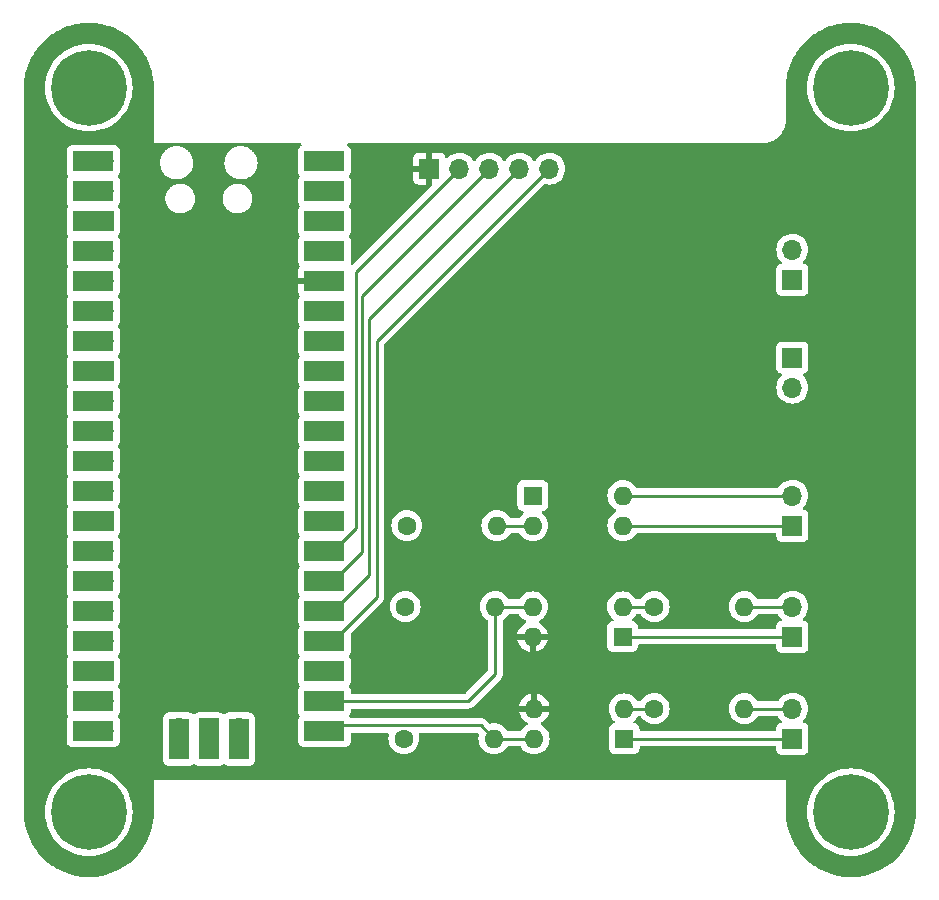
<source format=gbr>
%TF.GenerationSoftware,KiCad,Pcbnew,7.0.2*%
%TF.CreationDate,2024-05-01T19:32:08+01:00*%
%TF.ProjectId,PowerButtonPi,506f7765-7242-4757-9474-6f6e50692e6b,rev?*%
%TF.SameCoordinates,Original*%
%TF.FileFunction,Copper,L1,Top*%
%TF.FilePolarity,Positive*%
%FSLAX46Y46*%
G04 Gerber Fmt 4.6, Leading zero omitted, Abs format (unit mm)*
G04 Created by KiCad (PCBNEW 7.0.2) date 2024-05-01 19:32:08*
%MOMM*%
%LPD*%
G01*
G04 APERTURE LIST*
%TA.AperFunction,ComponentPad*%
%ADD10C,6.400000*%
%TD*%
%TA.AperFunction,ComponentPad*%
%ADD11R,1.600000X1.600000*%
%TD*%
%TA.AperFunction,ComponentPad*%
%ADD12O,1.600000X1.600000*%
%TD*%
%TA.AperFunction,ComponentPad*%
%ADD13C,1.600000*%
%TD*%
%TA.AperFunction,ComponentPad*%
%ADD14R,1.700000X1.700000*%
%TD*%
%TA.AperFunction,ComponentPad*%
%ADD15O,1.700000X1.700000*%
%TD*%
%TA.AperFunction,SMDPad,CuDef*%
%ADD16R,3.500000X1.700000*%
%TD*%
%TA.AperFunction,SMDPad,CuDef*%
%ADD17R,1.700000X3.500000*%
%TD*%
%TA.AperFunction,Conductor*%
%ADD18C,0.250000*%
%TD*%
G04 APERTURE END LIST*
D10*
%TO.P,H2,1,1*%
%TO.N,GND*%
X112776000Y-88011000D03*
%TD*%
D11*
%TO.P,U2,1*%
%TO.N,Net-(U1-GPIO22)*%
X150368000Y-61214000D03*
D12*
%TO.P,U2,2*%
%TO.N,Net-(R1-Pad2)*%
X150368000Y-63754000D03*
%TO.P,U2,3*%
%TO.N,Net-(J4-Pin_1)*%
X157988000Y-63754000D03*
%TO.P,U2,4*%
%TO.N,Net-(J4-Pin_2)*%
X157988000Y-61214000D03*
%TD*%
D13*
%TO.P,R3,1*%
%TO.N,Net-(R3-Pad1)*%
X160655000Y-79248000D03*
D12*
%TO.P,R3,2*%
%TO.N,Net-(J6-Pin_2)*%
X168275000Y-79248000D03*
%TD*%
D11*
%TO.P,U3,1*%
%TO.N,Net-(J5-Pin_1)*%
X157968000Y-73162000D03*
D12*
%TO.P,U3,2*%
%TO.N,Net-(R2-Pad1)*%
X157968000Y-70622000D03*
%TO.P,U3,3*%
%TO.N,Net-(U1-GPIO17)*%
X150348000Y-70622000D03*
%TO.P,U3,4*%
%TO.N,+3V3*%
X150348000Y-73162000D03*
%TD*%
D10*
%TO.P,H3,1,1*%
%TO.N,GND*%
X177292000Y-26670000D03*
%TD*%
D14*
%TO.P,J3,1,Pin_1*%
%TO.N,GND*%
X172339000Y-49525000D03*
D15*
%TO.P,J3,2,Pin_2*%
%TO.N,POWER_BUTTON_LED*%
X172339000Y-52065000D03*
%TD*%
D13*
%TO.P,R1,1*%
%TO.N,GND*%
X139700000Y-63754000D03*
D12*
%TO.P,R1,2*%
%TO.N,Net-(R1-Pad2)*%
X147320000Y-63754000D03*
%TD*%
D14*
%TO.P,J6,1,Pin_1*%
%TO.N,Net-(J6-Pin_1)*%
X172339000Y-81788000D03*
D15*
%TO.P,J6,2,Pin_2*%
%TO.N,Net-(J6-Pin_2)*%
X172339000Y-79248000D03*
%TD*%
D13*
%TO.P,R5,1*%
%TO.N,GND*%
X139446000Y-81788000D03*
D12*
%TO.P,R5,2*%
%TO.N,Net-(U1-GPIO16)*%
X147066000Y-81788000D03*
%TD*%
D14*
%TO.P,J5,1,Pin_1*%
%TO.N,Net-(J5-Pin_1)*%
X172339000Y-73152000D03*
D15*
%TO.P,J5,2,Pin_2*%
%TO.N,Net-(J5-Pin_2)*%
X172339000Y-70612000D03*
%TD*%
D14*
%TO.P,J4,1,Pin_1*%
%TO.N,Net-(J4-Pin_1)*%
X172339000Y-63754000D03*
D15*
%TO.P,J4,2,Pin_2*%
%TO.N,Net-(J4-Pin_2)*%
X172339000Y-61214000D03*
%TD*%
D10*
%TO.P,H4,1,1*%
%TO.N,GND*%
X177292000Y-88011000D03*
%TD*%
D14*
%TO.P,J1,1,Pin_1*%
%TO.N,+3V3*%
X141605000Y-33528000D03*
D15*
%TO.P,J1,2,Pin_2*%
%TO.N,LED3_GND*%
X144145000Y-33528000D03*
%TO.P,J1,3,Pin_3*%
%TO.N,LED2_GND*%
X146685000Y-33528000D03*
%TO.P,J1,4,Pin_4*%
%TO.N,LED1_GND*%
X149225000Y-33528000D03*
%TO.P,J1,5,Pin_5*%
%TO.N,LED0_GND*%
X151765000Y-33528000D03*
%TD*%
D13*
%TO.P,R4,1*%
%TO.N,GND*%
X139573000Y-70612000D03*
D12*
%TO.P,R4,2*%
%TO.N,Net-(U1-GPIO17)*%
X147193000Y-70612000D03*
%TD*%
D13*
%TO.P,R2,1*%
%TO.N,Net-(R2-Pad1)*%
X160655000Y-70612000D03*
D12*
%TO.P,R2,2*%
%TO.N,Net-(J5-Pin_2)*%
X168275000Y-70612000D03*
%TD*%
D10*
%TO.P,H1,1,1*%
%TO.N,GND*%
X112776000Y-26670000D03*
%TD*%
D15*
%TO.P,U1,1,GPIO0*%
%TO.N,unconnected-(U1-GPIO0-Pad1)*%
X114046000Y-32893000D03*
D16*
X113146000Y-32893000D03*
D15*
%TO.P,U1,2,GPIO1*%
%TO.N,IN_POWER_BUTTON_SWITCH*%
X114046000Y-35433000D03*
D16*
X113146000Y-35433000D03*
D14*
%TO.P,U1,3,GND*%
%TO.N,GND*%
X114046000Y-37973000D03*
D16*
X113146000Y-37973000D03*
D15*
%TO.P,U1,4,GPIO2*%
%TO.N,unconnected-(U1-GPIO2-Pad4)*%
X114046000Y-40513000D03*
D16*
X113146000Y-40513000D03*
D15*
%TO.P,U1,5,GPIO3*%
%TO.N,unconnected-(U1-GPIO3-Pad5)*%
X114046000Y-43053000D03*
D16*
X113146000Y-43053000D03*
D15*
%TO.P,U1,6,GPIO4*%
%TO.N,unconnected-(U1-GPIO4-Pad6)*%
X114046000Y-45593000D03*
D16*
X113146000Y-45593000D03*
D15*
%TO.P,U1,7,GPIO5*%
%TO.N,POWER_BUTTON_LED*%
X114046000Y-48133000D03*
D16*
X113146000Y-48133000D03*
D14*
%TO.P,U1,8,GND*%
%TO.N,GND*%
X114046000Y-50673000D03*
D16*
X113146000Y-50673000D03*
D15*
%TO.P,U1,9,GPIO6*%
%TO.N,unconnected-(U1-GPIO6-Pad9)*%
X114046000Y-53213000D03*
D16*
X113146000Y-53213000D03*
D15*
%TO.P,U1,10,GPIO7*%
%TO.N,unconnected-(U1-GPIO7-Pad10)*%
X114046000Y-55753000D03*
D16*
X113146000Y-55753000D03*
D15*
%TO.P,U1,11,GPIO8*%
%TO.N,unconnected-(U1-GPIO8-Pad11)*%
X114046000Y-58293000D03*
D16*
X113146000Y-58293000D03*
D15*
%TO.P,U1,12,GPIO9*%
%TO.N,unconnected-(U1-GPIO9-Pad12)*%
X114046000Y-60833000D03*
D16*
X113146000Y-60833000D03*
D14*
%TO.P,U1,13,GND*%
%TO.N,GND*%
X114046000Y-63373000D03*
D16*
X113146000Y-63373000D03*
D15*
%TO.P,U1,14,GPIO10*%
%TO.N,unconnected-(U1-GPIO10-Pad14)*%
X114046000Y-65913000D03*
D16*
X113146000Y-65913000D03*
D15*
%TO.P,U1,15,GPIO11*%
%TO.N,unconnected-(U1-GPIO11-Pad15)*%
X114046000Y-68453000D03*
D16*
X113146000Y-68453000D03*
D15*
%TO.P,U1,16,GPIO12*%
%TO.N,unconnected-(U1-GPIO12-Pad16)*%
X114046000Y-70993000D03*
D16*
X113146000Y-70993000D03*
D15*
%TO.P,U1,17,GPIO13*%
%TO.N,unconnected-(U1-GPIO13-Pad17)*%
X114046000Y-73533000D03*
D16*
X113146000Y-73533000D03*
D14*
%TO.P,U1,18,GND*%
%TO.N,GND*%
X114046000Y-76073000D03*
D16*
X113146000Y-76073000D03*
D15*
%TO.P,U1,19,GPIO14*%
%TO.N,unconnected-(U1-GPIO14-Pad19)*%
X114046000Y-78613000D03*
D16*
X113146000Y-78613000D03*
D15*
%TO.P,U1,20,GPIO15*%
%TO.N,unconnected-(U1-GPIO15-Pad20)*%
X114046000Y-81153000D03*
D16*
X113146000Y-81153000D03*
D15*
%TO.P,U1,21,GPIO16*%
%TO.N,Net-(U1-GPIO16)*%
X131826000Y-81153000D03*
D16*
X132726000Y-81153000D03*
D15*
%TO.P,U1,22,GPIO17*%
%TO.N,Net-(U1-GPIO17)*%
X131826000Y-78613000D03*
D16*
X132726000Y-78613000D03*
D14*
%TO.P,U1,23,GND*%
%TO.N,GND*%
X131826000Y-76073000D03*
D16*
X132726000Y-76073000D03*
D15*
%TO.P,U1,24,GPIO18*%
%TO.N,LED0_GND*%
X131826000Y-73533000D03*
D16*
X132726000Y-73533000D03*
D15*
%TO.P,U1,25,GPIO19*%
%TO.N,LED1_GND*%
X131826000Y-70993000D03*
D16*
X132726000Y-70993000D03*
D15*
%TO.P,U1,26,GPIO20*%
%TO.N,LED2_GND*%
X131826000Y-68453000D03*
D16*
X132726000Y-68453000D03*
D15*
%TO.P,U1,27,GPIO21*%
%TO.N,LED3_GND*%
X131826000Y-65913000D03*
D16*
X132726000Y-65913000D03*
D14*
%TO.P,U1,28,GND*%
%TO.N,GND*%
X131826000Y-63373000D03*
D16*
X132726000Y-63373000D03*
D15*
%TO.P,U1,29,GPIO22*%
%TO.N,Net-(U1-GPIO22)*%
X131826000Y-60833000D03*
D16*
X132726000Y-60833000D03*
D15*
%TO.P,U1,30,RUN*%
%TO.N,unconnected-(U1-RUN-Pad30)*%
X131826000Y-58293000D03*
D16*
X132726000Y-58293000D03*
D15*
%TO.P,U1,31,GPIO26_ADC0*%
%TO.N,unconnected-(U1-GPIO26_ADC0-Pad31)*%
X131826000Y-55753000D03*
D16*
X132726000Y-55753000D03*
D15*
%TO.P,U1,32,GPIO27_ADC1*%
%TO.N,unconnected-(U1-GPIO27_ADC1-Pad32)*%
X131826000Y-53213000D03*
D16*
X132726000Y-53213000D03*
D14*
%TO.P,U1,33,AGND*%
%TO.N,unconnected-(U1-AGND-Pad33)*%
X131826000Y-50673000D03*
D16*
X132726000Y-50673000D03*
D15*
%TO.P,U1,34,GPIO28_ADC2*%
%TO.N,unconnected-(U1-GPIO28_ADC2-Pad34)*%
X131826000Y-48133000D03*
D16*
X132726000Y-48133000D03*
D15*
%TO.P,U1,35,ADC_VREF*%
%TO.N,unconnected-(U1-ADC_VREF-Pad35)*%
X131826000Y-45593000D03*
D16*
X132726000Y-45593000D03*
D15*
%TO.P,U1,36,3V3*%
%TO.N,+3V3*%
X131826000Y-43053000D03*
D16*
X132726000Y-43053000D03*
D15*
%TO.P,U1,37,3V3_EN*%
%TO.N,unconnected-(U1-3V3_EN-Pad37)*%
X131826000Y-40513000D03*
D16*
X132726000Y-40513000D03*
D14*
%TO.P,U1,38,GND*%
%TO.N,GND*%
X131826000Y-37973000D03*
D16*
X132726000Y-37973000D03*
D15*
%TO.P,U1,39,VSYS*%
%TO.N,unconnected-(U1-VSYS-Pad39)*%
X131826000Y-35433000D03*
D16*
X132726000Y-35433000D03*
D15*
%TO.P,U1,40,VBUS*%
%TO.N,unconnected-(U1-VBUS-Pad40)*%
X131826000Y-32893000D03*
D16*
X132726000Y-32893000D03*
D15*
%TO.P,U1,41,SWCLK*%
%TO.N,unconnected-(U1-SWCLK-Pad41)*%
X120396000Y-80923000D03*
D17*
X120396000Y-81823000D03*
D14*
%TO.P,U1,42,GND*%
%TO.N,unconnected-(U1-GND-Pad42)*%
X122936000Y-80923000D03*
D17*
X122936000Y-81823000D03*
D15*
%TO.P,U1,43,SWDIO*%
%TO.N,unconnected-(U1-SWDIO-Pad43)*%
X125476000Y-80923000D03*
D17*
X125476000Y-81823000D03*
%TD*%
D14*
%TO.P,J2,1,Pin_1*%
%TO.N,GND*%
X172339000Y-42926000D03*
D15*
%TO.P,J2,2,Pin_2*%
%TO.N,IN_POWER_BUTTON_SWITCH*%
X172339000Y-40386000D03*
%TD*%
D11*
%TO.P,U4,1*%
%TO.N,Net-(J6-Pin_1)*%
X158105000Y-81793000D03*
D12*
%TO.P,U4,2*%
%TO.N,Net-(R3-Pad1)*%
X158105000Y-79253000D03*
%TO.P,U4,3*%
%TO.N,+3V3*%
X150485000Y-79253000D03*
%TO.P,U4,4*%
%TO.N,Net-(U1-GPIO16)*%
X150485000Y-81793000D03*
%TD*%
D18*
%TO.N,+3V3*%
X150485000Y-73299000D02*
X150348000Y-73162000D01*
X150485000Y-79253000D02*
X150485000Y-73299000D01*
%TO.N,Net-(U1-GPIO16)*%
X132316000Y-80663000D02*
X131826000Y-81153000D01*
X145941000Y-80663000D02*
X132316000Y-80663000D01*
X147066000Y-81788000D02*
X145941000Y-80663000D01*
%TO.N,Net-(R1-Pad2)*%
X150368000Y-63754000D02*
X147320000Y-63754000D01*
%TO.N,Net-(U1-GPIO17)*%
X147193000Y-76317000D02*
X144897000Y-78613000D01*
X147193000Y-70612000D02*
X147193000Y-76317000D01*
%TO.N,+3V3*%
X131826000Y-43053000D02*
X133436000Y-43053000D01*
%TO.N,LED3_GND*%
X133436000Y-65913000D02*
X131826000Y-65913000D01*
X135382000Y-63967000D02*
X133436000Y-65913000D01*
X144145000Y-33528000D02*
X135382000Y-42291000D01*
X135382000Y-42291000D02*
X135382000Y-63967000D01*
%TO.N,LED2_GND*%
X133436000Y-68453000D02*
X131826000Y-68453000D01*
X146685000Y-33528000D02*
X135890000Y-44323000D01*
X135890000Y-65999000D02*
X133436000Y-68453000D01*
X135890000Y-44323000D02*
X135890000Y-65999000D01*
%TO.N,LED1_GND*%
X133436000Y-70993000D02*
X131826000Y-70993000D01*
X136525000Y-46228000D02*
X136525000Y-67904000D01*
X149225000Y-33528000D02*
X136525000Y-46228000D01*
X136525000Y-67904000D02*
X133436000Y-70993000D01*
%TO.N,Net-(J4-Pin_1)*%
X157988000Y-63754000D02*
X172339000Y-63754000D01*
%TO.N,Net-(J4-Pin_2)*%
X157988000Y-61214000D02*
X172339000Y-61214000D01*
%TO.N,Net-(J5-Pin_1)*%
X157978000Y-73152000D02*
X157968000Y-73162000D01*
X172339000Y-73152000D02*
X157978000Y-73152000D01*
%TO.N,Net-(J5-Pin_2)*%
X168275000Y-70612000D02*
X172339000Y-70612000D01*
%TO.N,Net-(J6-Pin_1)*%
X158110000Y-81788000D02*
X158105000Y-81793000D01*
X172339000Y-81788000D02*
X158110000Y-81788000D01*
%TO.N,Net-(J6-Pin_2)*%
X172339000Y-79248000D02*
X168275000Y-79248000D01*
%TO.N,Net-(R2-Pad1)*%
X160645000Y-70622000D02*
X160655000Y-70612000D01*
X157968000Y-70622000D02*
X160645000Y-70622000D01*
%TO.N,Net-(U1-GPIO17)*%
X150338000Y-70612000D02*
X150348000Y-70622000D01*
X147193000Y-70612000D02*
X150338000Y-70612000D01*
X131826000Y-78613000D02*
X144897000Y-78613000D01*
%TO.N,Net-(R3-Pad1)*%
X160650000Y-79253000D02*
X160655000Y-79248000D01*
X158105000Y-79253000D02*
X160650000Y-79253000D01*
%TO.N,LED0_GND*%
X137160000Y-69809000D02*
X133436000Y-73533000D01*
X151765000Y-33528000D02*
X137160000Y-48133000D01*
X137160000Y-48133000D02*
X137160000Y-69809000D01*
X133436000Y-73533000D02*
X131826000Y-73533000D01*
%TO.N,Net-(U1-GPIO16)*%
X150485000Y-81793000D02*
X147071000Y-81793000D01*
X147071000Y-81793000D02*
X147066000Y-81788000D01*
%TD*%
%TA.AperFunction,Conductor*%
%TO.N,+3V3*%
G36*
X112993265Y-21179486D02*
G01*
X113231928Y-21189908D01*
X113241810Y-21190738D01*
X113468931Y-21219048D01*
X113695613Y-21248891D01*
X113704803Y-21250457D01*
X113931198Y-21297927D01*
X114152582Y-21347007D01*
X114161057Y-21349206D01*
X114383882Y-21415543D01*
X114599509Y-21483530D01*
X114607261Y-21486262D01*
X114823417Y-21570606D01*
X114825695Y-21571522D01*
X115033228Y-21657485D01*
X115040191Y-21660625D01*
X115248946Y-21762679D01*
X115251619Y-21764028D01*
X115429117Y-21856428D01*
X115450583Y-21867603D01*
X115456800Y-21871069D01*
X115656498Y-21990063D01*
X115659621Y-21991989D01*
X115848615Y-22112392D01*
X115854043Y-22116055D01*
X116043274Y-22251163D01*
X116046707Y-22253704D01*
X116224390Y-22390045D01*
X116229045Y-22393798D01*
X116406554Y-22544140D01*
X116410186Y-22547341D01*
X116575265Y-22698608D01*
X116579173Y-22702349D01*
X116743649Y-22866825D01*
X116747390Y-22870733D01*
X116898657Y-23035812D01*
X116901858Y-23039444D01*
X117052200Y-23216953D01*
X117055953Y-23221608D01*
X117192294Y-23399291D01*
X117194835Y-23402724D01*
X117329943Y-23591955D01*
X117333606Y-23597383D01*
X117454009Y-23786377D01*
X117455952Y-23789528D01*
X117574929Y-23989198D01*
X117578395Y-23995415D01*
X117681938Y-24194317D01*
X117683350Y-24197114D01*
X117785363Y-24405786D01*
X117788523Y-24412793D01*
X117874456Y-24620254D01*
X117875412Y-24622632D01*
X117959728Y-24838716D01*
X117962472Y-24846503D01*
X118030458Y-25062125D01*
X118096784Y-25284913D01*
X118098998Y-25293447D01*
X118148075Y-25514814D01*
X118195535Y-25741165D01*
X118197112Y-25750421D01*
X118226954Y-25977089D01*
X118255258Y-26204164D01*
X118256092Y-26214091D01*
X118266542Y-26453429D01*
X118275391Y-26667389D01*
X118275497Y-26672513D01*
X118275497Y-31345019D01*
X118275415Y-31345440D01*
X118275457Y-31368999D01*
X118275675Y-31369541D01*
X118275997Y-31369540D01*
X118275998Y-31369541D01*
X118275998Y-31369540D01*
X118300614Y-31369524D01*
X118300614Y-31369528D01*
X118300758Y-31369500D01*
X130667958Y-31369500D01*
X130734997Y-31389185D01*
X130780752Y-31441989D01*
X130790696Y-31511147D01*
X130761671Y-31574703D01*
X130742269Y-31592767D01*
X130733671Y-31599203D01*
X130733669Y-31599204D01*
X130676330Y-31642128D01*
X130618453Y-31685454D01*
X130532204Y-31800668D01*
X130481910Y-31935515D01*
X130481909Y-31935517D01*
X130475500Y-31995127D01*
X130475500Y-31998449D01*
X130475500Y-32828615D01*
X130475028Y-32839422D01*
X130470340Y-32892999D01*
X130475028Y-32946576D01*
X130475500Y-32957384D01*
X130475500Y-33787560D01*
X130475500Y-33787578D01*
X130475501Y-33790872D01*
X130475853Y-33794152D01*
X130475854Y-33794159D01*
X130481909Y-33850484D01*
X130485010Y-33858798D01*
X130532204Y-33985331D01*
X130585789Y-34056911D01*
X130609577Y-34088688D01*
X130633994Y-34154153D01*
X130619142Y-34222426D01*
X130609578Y-34237309D01*
X130532204Y-34340669D01*
X130481909Y-34475516D01*
X130480850Y-34485371D01*
X130475500Y-34535127D01*
X130475500Y-34538449D01*
X130475500Y-35368615D01*
X130475028Y-35379422D01*
X130470340Y-35432999D01*
X130475028Y-35486576D01*
X130475500Y-35497384D01*
X130475500Y-36327560D01*
X130475500Y-36327578D01*
X130475501Y-36330872D01*
X130475853Y-36334152D01*
X130475854Y-36334159D01*
X130481909Y-36390483D01*
X130532204Y-36525331D01*
X130596221Y-36610847D01*
X130609577Y-36628688D01*
X130633994Y-36694153D01*
X130619142Y-36762426D01*
X130609578Y-36777309D01*
X130532204Y-36880669D01*
X130481910Y-37015515D01*
X130481909Y-37015517D01*
X130475500Y-37075127D01*
X130475500Y-37078448D01*
X130475500Y-37078449D01*
X130475500Y-38867560D01*
X130475500Y-38867578D01*
X130475501Y-38870872D01*
X130481909Y-38930483D01*
X130532204Y-39065331D01*
X130567213Y-39112097D01*
X130609577Y-39168688D01*
X130633994Y-39234153D01*
X130619142Y-39302426D01*
X130609578Y-39317309D01*
X130532204Y-39420669D01*
X130481910Y-39555515D01*
X130481909Y-39555517D01*
X130475500Y-39615127D01*
X130475500Y-39618449D01*
X130475500Y-40448615D01*
X130475028Y-40459422D01*
X130470340Y-40512999D01*
X130475028Y-40566576D01*
X130475500Y-40577384D01*
X130475500Y-41407560D01*
X130475500Y-41407578D01*
X130475501Y-41410872D01*
X130475853Y-41414152D01*
X130475854Y-41414159D01*
X130481909Y-41470484D01*
X130532203Y-41605329D01*
X130532204Y-41605331D01*
X130609890Y-41709106D01*
X130634307Y-41774569D01*
X130619456Y-41842842D01*
X130609890Y-41857726D01*
X130532648Y-41960908D01*
X130482400Y-42095628D01*
X130476354Y-42151867D01*
X130476000Y-42158481D01*
X130475999Y-42802999D01*
X130476000Y-42803000D01*
X131380428Y-42803000D01*
X131357318Y-42838960D01*
X131316000Y-42979673D01*
X131316000Y-43126327D01*
X131357318Y-43267040D01*
X131380428Y-43303000D01*
X130476000Y-43303000D01*
X130476000Y-43947518D01*
X130476354Y-43954132D01*
X130482400Y-44010371D01*
X130532647Y-44145089D01*
X130609890Y-44248272D01*
X130634307Y-44313737D01*
X130619455Y-44382010D01*
X130609890Y-44396894D01*
X130532204Y-44500668D01*
X130481910Y-44635515D01*
X130481909Y-44635517D01*
X130475500Y-44695127D01*
X130475500Y-44698449D01*
X130475500Y-45528615D01*
X130475028Y-45539422D01*
X130470340Y-45592999D01*
X130475028Y-45646576D01*
X130475500Y-45657384D01*
X130475500Y-46487560D01*
X130475500Y-46487578D01*
X130475501Y-46490872D01*
X130475853Y-46494152D01*
X130475854Y-46494159D01*
X130481909Y-46550483D01*
X130532204Y-46685331D01*
X130600786Y-46776945D01*
X130609577Y-46788688D01*
X130633994Y-46854153D01*
X130619142Y-46922426D01*
X130609578Y-46937309D01*
X130532204Y-47040669D01*
X130481910Y-47175515D01*
X130481909Y-47175517D01*
X130475500Y-47235127D01*
X130475500Y-47238449D01*
X130475500Y-48068615D01*
X130475028Y-48079422D01*
X130470340Y-48132999D01*
X130475028Y-48186576D01*
X130475500Y-48197384D01*
X130475500Y-49027560D01*
X130475500Y-49027578D01*
X130475501Y-49030872D01*
X130481909Y-49090483D01*
X130532204Y-49225331D01*
X130600786Y-49316945D01*
X130609577Y-49328688D01*
X130633994Y-49394153D01*
X130619142Y-49462426D01*
X130609578Y-49477309D01*
X130532204Y-49580669D01*
X130481910Y-49715515D01*
X130481909Y-49715517D01*
X130475500Y-49775127D01*
X130475500Y-49778448D01*
X130475500Y-49778449D01*
X130475500Y-51567560D01*
X130475500Y-51567578D01*
X130475501Y-51570872D01*
X130481909Y-51630483D01*
X130532204Y-51765331D01*
X130580310Y-51829592D01*
X130609577Y-51868688D01*
X130633994Y-51934153D01*
X130619142Y-52002426D01*
X130609578Y-52017309D01*
X130532204Y-52120669D01*
X130481909Y-52255516D01*
X130477083Y-52300408D01*
X130475500Y-52315127D01*
X130475500Y-52318449D01*
X130475500Y-53148615D01*
X130475028Y-53159422D01*
X130470340Y-53212999D01*
X130475028Y-53266576D01*
X130475500Y-53277384D01*
X130475500Y-54107560D01*
X130475500Y-54107578D01*
X130475501Y-54110872D01*
X130481909Y-54170483D01*
X130532204Y-54305331D01*
X130609577Y-54408688D01*
X130609578Y-54408689D01*
X130633995Y-54474154D01*
X130619143Y-54542427D01*
X130609578Y-54557311D01*
X130532204Y-54660668D01*
X130481910Y-54795515D01*
X130481909Y-54795517D01*
X130475500Y-54855127D01*
X130475500Y-54858449D01*
X130475500Y-55688615D01*
X130475028Y-55699422D01*
X130470340Y-55752999D01*
X130475028Y-55806576D01*
X130475500Y-55817384D01*
X130475500Y-56647560D01*
X130475500Y-56647578D01*
X130475501Y-56650872D01*
X130481909Y-56710483D01*
X130532204Y-56845331D01*
X130600786Y-56936945D01*
X130609577Y-56948688D01*
X130633994Y-57014153D01*
X130619142Y-57082426D01*
X130609578Y-57097309D01*
X130532204Y-57200669D01*
X130481910Y-57335515D01*
X130481909Y-57335517D01*
X130475500Y-57395127D01*
X130475500Y-57398449D01*
X130475500Y-58228615D01*
X130475028Y-58239422D01*
X130470340Y-58292999D01*
X130475028Y-58346576D01*
X130475500Y-58357384D01*
X130475500Y-59187560D01*
X130475500Y-59187578D01*
X130475501Y-59190872D01*
X130481909Y-59250483D01*
X130532204Y-59385331D01*
X130600786Y-59476945D01*
X130609577Y-59488688D01*
X130633994Y-59554153D01*
X130619142Y-59622426D01*
X130609578Y-59637309D01*
X130532204Y-59740669D01*
X130481910Y-59875515D01*
X130481909Y-59875517D01*
X130475500Y-59935127D01*
X130475500Y-59938449D01*
X130475500Y-60768615D01*
X130475028Y-60779422D01*
X130470340Y-60832999D01*
X130475028Y-60886576D01*
X130475500Y-60897384D01*
X130475500Y-61727560D01*
X130475500Y-61727578D01*
X130475501Y-61730872D01*
X130481909Y-61790483D01*
X130532204Y-61925331D01*
X130600786Y-62016945D01*
X130609577Y-62028688D01*
X130633994Y-62094153D01*
X130619142Y-62162426D01*
X130609578Y-62177309D01*
X130532204Y-62280669D01*
X130481909Y-62415516D01*
X130481665Y-62417791D01*
X130475500Y-62475127D01*
X130475500Y-62478448D01*
X130475500Y-62478449D01*
X130475500Y-64267560D01*
X130475500Y-64267578D01*
X130475501Y-64270872D01*
X130481909Y-64330483D01*
X130532204Y-64465331D01*
X130609577Y-64568688D01*
X130609578Y-64568689D01*
X130633995Y-64634154D01*
X130619143Y-64702427D01*
X130609578Y-64717311D01*
X130532204Y-64820668D01*
X130481910Y-64955515D01*
X130481909Y-64955517D01*
X130475500Y-65015127D01*
X130475500Y-65018449D01*
X130475500Y-65848615D01*
X130475028Y-65859422D01*
X130470340Y-65912999D01*
X130475028Y-65966576D01*
X130475500Y-65977384D01*
X130475500Y-66807560D01*
X130475500Y-66807578D01*
X130475501Y-66810872D01*
X130481909Y-66870483D01*
X130532204Y-67005331D01*
X130567354Y-67052285D01*
X130609577Y-67108688D01*
X130633994Y-67174153D01*
X130619142Y-67242426D01*
X130609578Y-67257309D01*
X130532204Y-67360669D01*
X130481910Y-67495515D01*
X130481909Y-67495517D01*
X130475500Y-67555127D01*
X130475500Y-67558449D01*
X130475500Y-68388615D01*
X130475028Y-68399422D01*
X130470340Y-68452999D01*
X130475028Y-68506576D01*
X130475500Y-68517384D01*
X130475500Y-69347560D01*
X130475500Y-69347578D01*
X130475501Y-69350872D01*
X130475853Y-69354152D01*
X130475854Y-69354159D01*
X130480273Y-69395261D01*
X130481909Y-69410483D01*
X130532204Y-69545331D01*
X130562819Y-69586227D01*
X130609577Y-69648688D01*
X130633994Y-69714153D01*
X130619142Y-69782426D01*
X130609578Y-69797309D01*
X130532204Y-69900669D01*
X130481909Y-70035516D01*
X130477196Y-70079356D01*
X130475500Y-70095127D01*
X130475500Y-70098449D01*
X130475500Y-70928615D01*
X130475028Y-70939422D01*
X130470340Y-70992999D01*
X130475028Y-71046576D01*
X130475500Y-71057384D01*
X130475500Y-71887560D01*
X130475500Y-71887578D01*
X130475501Y-71890872D01*
X130481909Y-71950483D01*
X130532204Y-72085331D01*
X130589854Y-72162341D01*
X130609577Y-72188688D01*
X130633994Y-72254153D01*
X130619142Y-72322426D01*
X130609578Y-72337309D01*
X130532204Y-72440669D01*
X130481910Y-72575515D01*
X130481909Y-72575517D01*
X130475500Y-72635127D01*
X130475500Y-72638449D01*
X130475500Y-73468615D01*
X130475028Y-73479422D01*
X130470340Y-73532999D01*
X130475028Y-73586576D01*
X130475500Y-73597384D01*
X130475500Y-74427560D01*
X130475500Y-74427578D01*
X130475501Y-74430872D01*
X130475853Y-74434152D01*
X130475854Y-74434159D01*
X130481909Y-74490484D01*
X130486391Y-74502500D01*
X130532204Y-74625331D01*
X130609577Y-74728688D01*
X130609578Y-74728689D01*
X130633995Y-74794154D01*
X130619143Y-74862427D01*
X130609578Y-74877311D01*
X130532204Y-74980668D01*
X130481910Y-75115515D01*
X130481909Y-75115517D01*
X130475500Y-75175127D01*
X130475500Y-75178448D01*
X130475500Y-75178449D01*
X130475500Y-76967560D01*
X130475500Y-76967578D01*
X130475501Y-76970872D01*
X130481909Y-77030483D01*
X130532204Y-77165331D01*
X130600786Y-77256945D01*
X130609577Y-77268688D01*
X130633994Y-77334153D01*
X130619142Y-77402426D01*
X130609578Y-77417309D01*
X130532204Y-77520669D01*
X130481910Y-77655515D01*
X130481909Y-77655517D01*
X130475500Y-77715127D01*
X130475500Y-77718449D01*
X130475500Y-78548615D01*
X130475028Y-78559422D01*
X130470340Y-78612999D01*
X130475028Y-78666576D01*
X130475500Y-78677384D01*
X130475500Y-79507560D01*
X130475500Y-79507578D01*
X130475501Y-79510872D01*
X130475853Y-79514152D01*
X130475854Y-79514159D01*
X130481909Y-79570484D01*
X130503810Y-79629204D01*
X130532204Y-79705331D01*
X130600786Y-79796945D01*
X130609577Y-79808688D01*
X130633994Y-79874153D01*
X130619142Y-79942426D01*
X130609578Y-79957309D01*
X130532204Y-80060669D01*
X130481910Y-80195515D01*
X130481909Y-80195517D01*
X130475500Y-80255127D01*
X130475500Y-80258449D01*
X130475500Y-81088615D01*
X130475028Y-81099422D01*
X130470340Y-81152999D01*
X130475028Y-81206576D01*
X130475500Y-81217384D01*
X130475500Y-82047560D01*
X130475500Y-82047578D01*
X130475501Y-82050872D01*
X130481909Y-82110483D01*
X130532204Y-82245331D01*
X130618454Y-82360546D01*
X130733669Y-82446796D01*
X130868517Y-82497091D01*
X130928127Y-82503500D01*
X131761615Y-82503499D01*
X131772424Y-82503971D01*
X131825999Y-82508659D01*
X131825999Y-82508658D01*
X131826000Y-82508659D01*
X131879574Y-82503971D01*
X131890384Y-82503499D01*
X134520561Y-82503499D01*
X134523872Y-82503499D01*
X134583483Y-82497091D01*
X134718331Y-82446796D01*
X134833546Y-82360546D01*
X134919796Y-82245331D01*
X134970091Y-82110483D01*
X134976500Y-82050873D01*
X134976500Y-81412500D01*
X134996185Y-81345461D01*
X135048989Y-81299706D01*
X135100500Y-81288500D01*
X138071863Y-81288500D01*
X138138902Y-81308185D01*
X138184657Y-81360989D01*
X138194601Y-81430147D01*
X138191638Y-81444593D01*
X138160364Y-81561308D01*
X138140531Y-81788000D01*
X138160364Y-82014689D01*
X138219261Y-82234497D01*
X138315432Y-82440735D01*
X138445953Y-82627140D01*
X138606859Y-82788046D01*
X138793264Y-82918567D01*
X138793265Y-82918567D01*
X138793266Y-82918568D01*
X138999504Y-83014739D01*
X139219308Y-83073635D01*
X139312589Y-83081796D01*
X139445999Y-83093468D01*
X139445999Y-83093467D01*
X139446000Y-83093468D01*
X139672692Y-83073635D01*
X139892496Y-83014739D01*
X140098734Y-82918568D01*
X140285139Y-82788047D01*
X140446047Y-82627139D01*
X140576568Y-82440734D01*
X140672739Y-82234496D01*
X140731635Y-82014692D01*
X140751468Y-81788000D01*
X140731635Y-81561308D01*
X140713319Y-81492950D01*
X140700362Y-81444593D01*
X140702025Y-81374743D01*
X140741188Y-81316881D01*
X140805416Y-81289377D01*
X140820137Y-81288500D01*
X145630547Y-81288500D01*
X145697586Y-81308185D01*
X145718228Y-81324819D01*
X145766586Y-81373177D01*
X145800071Y-81434500D01*
X145798680Y-81492950D01*
X145780364Y-81561307D01*
X145760531Y-81788000D01*
X145780364Y-82014689D01*
X145839261Y-82234497D01*
X145935432Y-82440735D01*
X146065953Y-82627140D01*
X146226859Y-82788046D01*
X146413264Y-82918567D01*
X146413265Y-82918567D01*
X146413266Y-82918568D01*
X146619504Y-83014739D01*
X146839308Y-83073635D01*
X147066000Y-83093468D01*
X147292692Y-83073635D01*
X147512496Y-83014739D01*
X147718734Y-82918568D01*
X147905139Y-82788047D01*
X148066047Y-82627139D01*
X148149007Y-82508659D01*
X148175112Y-82471377D01*
X148229688Y-82427752D01*
X148276687Y-82418500D01*
X149270812Y-82418500D01*
X149337851Y-82438185D01*
X149372387Y-82471377D01*
X149484953Y-82632140D01*
X149645859Y-82793046D01*
X149832264Y-82923567D01*
X149832265Y-82923567D01*
X149832266Y-82923568D01*
X150038504Y-83019739D01*
X150258308Y-83078635D01*
X150485000Y-83098468D01*
X150711692Y-83078635D01*
X150931496Y-83019739D01*
X151137734Y-82923568D01*
X151324139Y-82793047D01*
X151485047Y-82632139D01*
X151615568Y-82445734D01*
X151711739Y-82239496D01*
X151770635Y-82019692D01*
X151790468Y-81793000D01*
X151770635Y-81566308D01*
X151711739Y-81346504D01*
X151615568Y-81140266D01*
X151591253Y-81105539D01*
X151485046Y-80953859D01*
X151324140Y-80792953D01*
X151137736Y-80662433D01*
X151137730Y-80662430D01*
X151079132Y-80635105D01*
X151026695Y-80588933D01*
X151007543Y-80521739D01*
X151027759Y-80454858D01*
X151079135Y-80410342D01*
X151137479Y-80383135D01*
X151323819Y-80252658D01*
X151484658Y-80091819D01*
X151615134Y-79905480D01*
X151711266Y-79699326D01*
X151763872Y-79503000D01*
X150800686Y-79503000D01*
X150812641Y-79491045D01*
X150870165Y-79378148D01*
X150889986Y-79253000D01*
X150889986Y-79252999D01*
X156799531Y-79252999D01*
X156819364Y-79479689D01*
X156878261Y-79699497D01*
X156974432Y-79905735D01*
X157104953Y-80092140D01*
X157265858Y-80253045D01*
X157290461Y-80270272D01*
X157334087Y-80324849D01*
X157341281Y-80394347D01*
X157309759Y-80456702D01*
X157249530Y-80492117D01*
X157232594Y-80495138D01*
X157197515Y-80498909D01*
X157062669Y-80549204D01*
X156947454Y-80635454D01*
X156861204Y-80750668D01*
X156810909Y-80885516D01*
X156810768Y-80886833D01*
X156804500Y-80945127D01*
X156804500Y-80948448D01*
X156804500Y-80948449D01*
X156804500Y-82637560D01*
X156804500Y-82637578D01*
X156804501Y-82640872D01*
X156810909Y-82700483D01*
X156861204Y-82835331D01*
X156947454Y-82950546D01*
X157062669Y-83036796D01*
X157197517Y-83087091D01*
X157257127Y-83093500D01*
X158952872Y-83093499D01*
X159012483Y-83087091D01*
X159147331Y-83036796D01*
X159262546Y-82950546D01*
X159348796Y-82835331D01*
X159399091Y-82700483D01*
X159405500Y-82640873D01*
X159405500Y-82537500D01*
X159425185Y-82470461D01*
X159477989Y-82424706D01*
X159529500Y-82413500D01*
X170864501Y-82413500D01*
X170931540Y-82433185D01*
X170977295Y-82485989D01*
X170988501Y-82537499D01*
X170988501Y-82685872D01*
X170988853Y-82689152D01*
X170988854Y-82689159D01*
X170994909Y-82745483D01*
X171045204Y-82880331D01*
X171131454Y-82995546D01*
X171246669Y-83081796D01*
X171381517Y-83132091D01*
X171441127Y-83138500D01*
X173236872Y-83138499D01*
X173296483Y-83132091D01*
X173431331Y-83081796D01*
X173546546Y-82995546D01*
X173632796Y-82880331D01*
X173683091Y-82745483D01*
X173689500Y-82685873D01*
X173689499Y-80890128D01*
X173683091Y-80830517D01*
X173632796Y-80695669D01*
X173546546Y-80580454D01*
X173431331Y-80494204D01*
X173330279Y-80456514D01*
X173299916Y-80445189D01*
X173243983Y-80403317D01*
X173219566Y-80337853D01*
X173234418Y-80269580D01*
X173255563Y-80241332D01*
X173377495Y-80119401D01*
X173513035Y-79925830D01*
X173612903Y-79711663D01*
X173674063Y-79483408D01*
X173694659Y-79248000D01*
X173674063Y-79012592D01*
X173612903Y-78784337D01*
X173513035Y-78570171D01*
X173377495Y-78376599D01*
X173210401Y-78209505D01*
X173016830Y-78073965D01*
X172802663Y-77974097D01*
X172741501Y-77957709D01*
X172574407Y-77912936D01*
X172339000Y-77892340D01*
X172103592Y-77912936D01*
X171875336Y-77974097D01*
X171661170Y-78073965D01*
X171467598Y-78209505D01*
X171300505Y-78376598D01*
X171204728Y-78513383D01*
X171172492Y-78559422D01*
X171165349Y-78569623D01*
X171110772Y-78613248D01*
X171063774Y-78622500D01*
X169489188Y-78622500D01*
X169422149Y-78602815D01*
X169387613Y-78569623D01*
X169275046Y-78408859D01*
X169114140Y-78247953D01*
X168927735Y-78117432D01*
X168721497Y-78021261D01*
X168501689Y-77962364D01*
X168274999Y-77942531D01*
X168048310Y-77962364D01*
X167828502Y-78021261D01*
X167622264Y-78117432D01*
X167435859Y-78247953D01*
X167274953Y-78408859D01*
X167144432Y-78595264D01*
X167048261Y-78801502D01*
X166989364Y-79021310D01*
X166969531Y-79247999D01*
X166989364Y-79474689D01*
X167048261Y-79694497D01*
X167144432Y-79900735D01*
X167274953Y-80087140D01*
X167435859Y-80248046D01*
X167622264Y-80378567D01*
X167622265Y-80378567D01*
X167622266Y-80378568D01*
X167828504Y-80474739D01*
X168048308Y-80533635D01*
X168199435Y-80546857D01*
X168274999Y-80553468D01*
X168274999Y-80553467D01*
X168275000Y-80553468D01*
X168501692Y-80533635D01*
X168721496Y-80474739D01*
X168927734Y-80378568D01*
X169114139Y-80248047D01*
X169275047Y-80087139D01*
X169365953Y-79957311D01*
X169387613Y-79926377D01*
X169442189Y-79882752D01*
X169489188Y-79873500D01*
X171063773Y-79873500D01*
X171130812Y-79893185D01*
X171165345Y-79926373D01*
X171300505Y-80119401D01*
X171300508Y-80119404D01*
X171422430Y-80241326D01*
X171455915Y-80302649D01*
X171450931Y-80372341D01*
X171409059Y-80428274D01*
X171378083Y-80445189D01*
X171246669Y-80494204D01*
X171131454Y-80580454D01*
X171045204Y-80695668D01*
X170994909Y-80830516D01*
X170988996Y-80885517D01*
X170988500Y-80890127D01*
X170988500Y-80893448D01*
X170988500Y-80893449D01*
X170988500Y-81038500D01*
X170968815Y-81105539D01*
X170916011Y-81151294D01*
X170864500Y-81162500D01*
X159529499Y-81162500D01*
X159462460Y-81142815D01*
X159416705Y-81090011D01*
X159405499Y-81038500D01*
X159405499Y-80948439D01*
X159405499Y-80948438D01*
X159405499Y-80945128D01*
X159399091Y-80885517D01*
X159348796Y-80750669D01*
X159262546Y-80635454D01*
X159147331Y-80549204D01*
X159012483Y-80498909D01*
X158977403Y-80495137D01*
X158912854Y-80468400D01*
X158873006Y-80411008D01*
X158870512Y-80341182D01*
X158906164Y-80281093D01*
X158919530Y-80270278D01*
X158944139Y-80253047D01*
X159105047Y-80092139D01*
X159199454Y-79957311D01*
X159217613Y-79931377D01*
X159272189Y-79887752D01*
X159319188Y-79878500D01*
X159444313Y-79878500D01*
X159511352Y-79898185D01*
X159545888Y-79931377D01*
X159654953Y-80087140D01*
X159815859Y-80248046D01*
X160002264Y-80378567D01*
X160002265Y-80378567D01*
X160002266Y-80378568D01*
X160208504Y-80474739D01*
X160428308Y-80533635D01*
X160655000Y-80553468D01*
X160881692Y-80533635D01*
X161101496Y-80474739D01*
X161307734Y-80378568D01*
X161494139Y-80248047D01*
X161655047Y-80087139D01*
X161785568Y-79900734D01*
X161881739Y-79694496D01*
X161940635Y-79474692D01*
X161960468Y-79248000D01*
X161940635Y-79021308D01*
X161881739Y-78801504D01*
X161785568Y-78595266D01*
X161767997Y-78570171D01*
X161655046Y-78408859D01*
X161494140Y-78247953D01*
X161307735Y-78117432D01*
X161101497Y-78021261D01*
X160881689Y-77962364D01*
X160655000Y-77942531D01*
X160428310Y-77962364D01*
X160208502Y-78021261D01*
X160002264Y-78117432D01*
X159815859Y-78247953D01*
X159654953Y-78408859D01*
X159538886Y-78574623D01*
X159484310Y-78618248D01*
X159437311Y-78627500D01*
X159319188Y-78627500D01*
X159252149Y-78607815D01*
X159217613Y-78574623D01*
X159105046Y-78413859D01*
X158944140Y-78252953D01*
X158757735Y-78122432D01*
X158551497Y-78026261D01*
X158331689Y-77967364D01*
X158105000Y-77947531D01*
X157878310Y-77967364D01*
X157658502Y-78026261D01*
X157452264Y-78122432D01*
X157265859Y-78252953D01*
X157104953Y-78413859D01*
X156974432Y-78600264D01*
X156878261Y-78806502D01*
X156819364Y-79026310D01*
X156799531Y-79252999D01*
X150889986Y-79252999D01*
X150870165Y-79127852D01*
X150812641Y-79014955D01*
X150800686Y-79003000D01*
X151763872Y-79003000D01*
X151763871Y-79002999D01*
X151711266Y-78806673D01*
X151615134Y-78600519D01*
X151484658Y-78414180D01*
X151323819Y-78253341D01*
X151137480Y-78122865D01*
X150931326Y-78026733D01*
X150735000Y-77974126D01*
X150735000Y-78937314D01*
X150723045Y-78925359D01*
X150610148Y-78867835D01*
X150516481Y-78853000D01*
X150453519Y-78853000D01*
X150359852Y-78867835D01*
X150246955Y-78925359D01*
X150235000Y-78937313D01*
X150235000Y-77974127D01*
X150234999Y-77974126D01*
X150038673Y-78026733D01*
X149832519Y-78122865D01*
X149646180Y-78253341D01*
X149485341Y-78414180D01*
X149354865Y-78600519D01*
X149258733Y-78806673D01*
X149206128Y-79002999D01*
X149206128Y-79003000D01*
X150169314Y-79003000D01*
X150157359Y-79014955D01*
X150099835Y-79127852D01*
X150080014Y-79253000D01*
X150099835Y-79378148D01*
X150157359Y-79491045D01*
X150169314Y-79503000D01*
X149206128Y-79503000D01*
X149258733Y-79699326D01*
X149354865Y-79905480D01*
X149485341Y-80091819D01*
X149646180Y-80252658D01*
X149832519Y-80383134D01*
X149890865Y-80410342D01*
X149943304Y-80456514D01*
X149962456Y-80523708D01*
X149942240Y-80590589D01*
X149890866Y-80635105D01*
X149832267Y-80662430D01*
X149645859Y-80792953D01*
X149484953Y-80953859D01*
X149372387Y-81114623D01*
X149317811Y-81158248D01*
X149270812Y-81167500D01*
X148283689Y-81167500D01*
X148216650Y-81147815D01*
X148182114Y-81114623D01*
X148066046Y-80948859D01*
X147905140Y-80787953D01*
X147718735Y-80657432D01*
X147512497Y-80561261D01*
X147292689Y-80502364D01*
X147066000Y-80482531D01*
X146839307Y-80502364D01*
X146770950Y-80520680D01*
X146701100Y-80519017D01*
X146651177Y-80488586D01*
X146441802Y-80279211D01*
X146428906Y-80263113D01*
X146377775Y-80215098D01*
X146374978Y-80212387D01*
X146358227Y-80195636D01*
X146355471Y-80192880D01*
X146352290Y-80190412D01*
X146343422Y-80182837D01*
X146311582Y-80152938D01*
X146294024Y-80143285D01*
X146277764Y-80132604D01*
X146261936Y-80120327D01*
X146221851Y-80102980D01*
X146211361Y-80097841D01*
X146173091Y-80076802D01*
X146153691Y-80071821D01*
X146135284Y-80065519D01*
X146116897Y-80057562D01*
X146073758Y-80050729D01*
X146062324Y-80048361D01*
X146020019Y-80037500D01*
X145999984Y-80037500D01*
X145980586Y-80035973D01*
X145973162Y-80034797D01*
X145960805Y-80032840D01*
X145960804Y-80032840D01*
X145927751Y-80035964D01*
X145917325Y-80036950D01*
X145905656Y-80037500D01*
X134964521Y-80037500D01*
X134897482Y-80017815D01*
X134865256Y-79987812D01*
X134842420Y-79957308D01*
X134818004Y-79891846D01*
X134832856Y-79823573D01*
X134842411Y-79808702D01*
X134919796Y-79705331D01*
X134970091Y-79570483D01*
X134976500Y-79510873D01*
X134976500Y-79362500D01*
X134996185Y-79295461D01*
X135048989Y-79249706D01*
X135100500Y-79238500D01*
X144814256Y-79238500D01*
X144834762Y-79240764D01*
X144837665Y-79240672D01*
X144837667Y-79240673D01*
X144904872Y-79238561D01*
X144908768Y-79238500D01*
X144932448Y-79238500D01*
X144936350Y-79238500D01*
X144940313Y-79237999D01*
X144951962Y-79237080D01*
X144995627Y-79235709D01*
X145014859Y-79230120D01*
X145033918Y-79226174D01*
X145040196Y-79225381D01*
X145053792Y-79223664D01*
X145094407Y-79207582D01*
X145105444Y-79203803D01*
X145147390Y-79191618D01*
X145164629Y-79181422D01*
X145182102Y-79172862D01*
X145200732Y-79165486D01*
X145236064Y-79139814D01*
X145245830Y-79133400D01*
X145283418Y-79111171D01*
X145283417Y-79111171D01*
X145283420Y-79111170D01*
X145297585Y-79097004D01*
X145312373Y-79084373D01*
X145328587Y-79072594D01*
X145356438Y-79038926D01*
X145364279Y-79030309D01*
X147576789Y-76817800D01*
X147592885Y-76804906D01*
X147594873Y-76802787D01*
X147594877Y-76802786D01*
X147640949Y-76753723D01*
X147643534Y-76751055D01*
X147663120Y-76731471D01*
X147665585Y-76728292D01*
X147673167Y-76719416D01*
X147703062Y-76687582D01*
X147712717Y-76670018D01*
X147723394Y-76653764D01*
X147735673Y-76637936D01*
X147753018Y-76597852D01*
X147758160Y-76587356D01*
X147779197Y-76549092D01*
X147784179Y-76529684D01*
X147790481Y-76511280D01*
X147798437Y-76492896D01*
X147805269Y-76449752D01*
X147807633Y-76438338D01*
X147818500Y-76396019D01*
X147818500Y-76375982D01*
X147820027Y-76356584D01*
X147823160Y-76336804D01*
X147819050Y-76293324D01*
X147818500Y-76281655D01*
X147818500Y-71826188D01*
X147838185Y-71759149D01*
X147871377Y-71724613D01*
X148017857Y-71622047D01*
X148032139Y-71612047D01*
X148193047Y-71451139D01*
X148305612Y-71290377D01*
X148360189Y-71246752D01*
X148407188Y-71237500D01*
X149126810Y-71237500D01*
X149193849Y-71257185D01*
X149228385Y-71290377D01*
X149347953Y-71461140D01*
X149508859Y-71622046D01*
X149695264Y-71752567D01*
X149695265Y-71752567D01*
X149695266Y-71752568D01*
X149753865Y-71779893D01*
X149806304Y-71826065D01*
X149825456Y-71893259D01*
X149805240Y-71960140D01*
X149753866Y-72004656D01*
X149695522Y-72031863D01*
X149509180Y-72162341D01*
X149348341Y-72323180D01*
X149217865Y-72509519D01*
X149121733Y-72715673D01*
X149069128Y-72911999D01*
X149069128Y-72912000D01*
X150032314Y-72912000D01*
X150020359Y-72923955D01*
X149962835Y-73036852D01*
X149943014Y-73162000D01*
X149962835Y-73287148D01*
X150020359Y-73400045D01*
X150032314Y-73412000D01*
X149069128Y-73412000D01*
X149121733Y-73608326D01*
X149217865Y-73814480D01*
X149348341Y-74000819D01*
X149509180Y-74161658D01*
X149695519Y-74292134D01*
X149901673Y-74388266D01*
X150097999Y-74440871D01*
X150098000Y-74440871D01*
X150098000Y-73477686D01*
X150109955Y-73489641D01*
X150222852Y-73547165D01*
X150316519Y-73562000D01*
X150379481Y-73562000D01*
X150473148Y-73547165D01*
X150586045Y-73489641D01*
X150598000Y-73477686D01*
X150598000Y-74440871D01*
X150794326Y-74388266D01*
X151000480Y-74292134D01*
X151186819Y-74161658D01*
X151347658Y-74000819D01*
X151478134Y-73814480D01*
X151574266Y-73608326D01*
X151626872Y-73412000D01*
X150663686Y-73412000D01*
X150675641Y-73400045D01*
X150733165Y-73287148D01*
X150752986Y-73162000D01*
X150733165Y-73036852D01*
X150675641Y-72923955D01*
X150663686Y-72912000D01*
X151626872Y-72912000D01*
X151626871Y-72911999D01*
X151574266Y-72715673D01*
X151478134Y-72509519D01*
X151347658Y-72323180D01*
X151186819Y-72162341D01*
X151000482Y-72031866D01*
X150942133Y-72004657D01*
X150889694Y-71958484D01*
X150870543Y-71891290D01*
X150890759Y-71824409D01*
X150942134Y-71779893D01*
X151000734Y-71752568D01*
X151187139Y-71622047D01*
X151348047Y-71461139D01*
X151478568Y-71274734D01*
X151574739Y-71068496D01*
X151633635Y-70848692D01*
X151653468Y-70622000D01*
X156662531Y-70622000D01*
X156682364Y-70848689D01*
X156741261Y-71068497D01*
X156837432Y-71274735D01*
X156967953Y-71461140D01*
X157128858Y-71622045D01*
X157153461Y-71639272D01*
X157197087Y-71693849D01*
X157204281Y-71763347D01*
X157172759Y-71825702D01*
X157112530Y-71861117D01*
X157095594Y-71864138D01*
X157060515Y-71867909D01*
X156925669Y-71918204D01*
X156810454Y-72004454D01*
X156724204Y-72119668D01*
X156673910Y-72254515D01*
X156673909Y-72254517D01*
X156667500Y-72314127D01*
X156667500Y-72317448D01*
X156667500Y-72317449D01*
X156667500Y-74006560D01*
X156667500Y-74006578D01*
X156667501Y-74009872D01*
X156673909Y-74069483D01*
X156724204Y-74204331D01*
X156810454Y-74319546D01*
X156925669Y-74405796D01*
X157060517Y-74456091D01*
X157120127Y-74462500D01*
X158815872Y-74462499D01*
X158875483Y-74456091D01*
X159010331Y-74405796D01*
X159125546Y-74319546D01*
X159211796Y-74204331D01*
X159262091Y-74069483D01*
X159268500Y-74009873D01*
X159268500Y-73901500D01*
X159288185Y-73834461D01*
X159340989Y-73788706D01*
X159392500Y-73777500D01*
X170864501Y-73777500D01*
X170931540Y-73797185D01*
X170977295Y-73849989D01*
X170988501Y-73901499D01*
X170988501Y-74049872D01*
X170994909Y-74109483D01*
X171045204Y-74244331D01*
X171131454Y-74359546D01*
X171246669Y-74445796D01*
X171381517Y-74496091D01*
X171441127Y-74502500D01*
X173236872Y-74502499D01*
X173296483Y-74496091D01*
X173431331Y-74445796D01*
X173546546Y-74359546D01*
X173632796Y-74244331D01*
X173683091Y-74109483D01*
X173689500Y-74049873D01*
X173689499Y-72254128D01*
X173683091Y-72194517D01*
X173632796Y-72059669D01*
X173546546Y-71944454D01*
X173431331Y-71858204D01*
X173340722Y-71824409D01*
X173299916Y-71809189D01*
X173243983Y-71767317D01*
X173219566Y-71701853D01*
X173234418Y-71633580D01*
X173255563Y-71605332D01*
X173377495Y-71483401D01*
X173513035Y-71289830D01*
X173612903Y-71075663D01*
X173674063Y-70847408D01*
X173694659Y-70612000D01*
X173674063Y-70376592D01*
X173612903Y-70148337D01*
X173513035Y-69934171D01*
X173377495Y-69740599D01*
X173210401Y-69573505D01*
X173016830Y-69437965D01*
X172802663Y-69338097D01*
X172741501Y-69321709D01*
X172574407Y-69276936D01*
X172339000Y-69256340D01*
X172103592Y-69276936D01*
X171875336Y-69338097D01*
X171661170Y-69437965D01*
X171467598Y-69573505D01*
X171300505Y-69740598D01*
X171165349Y-69933623D01*
X171110772Y-69977248D01*
X171063774Y-69986500D01*
X169489188Y-69986500D01*
X169422149Y-69966815D01*
X169387613Y-69933623D01*
X169275046Y-69772859D01*
X169114140Y-69611953D01*
X168927735Y-69481432D01*
X168721497Y-69385261D01*
X168501689Y-69326364D01*
X168275000Y-69306531D01*
X168048310Y-69326364D01*
X167828502Y-69385261D01*
X167622264Y-69481432D01*
X167435859Y-69611953D01*
X167274953Y-69772859D01*
X167144432Y-69959264D01*
X167048261Y-70165502D01*
X166989364Y-70385310D01*
X166969531Y-70611999D01*
X166989364Y-70838689D01*
X167048261Y-71058497D01*
X167144432Y-71264735D01*
X167274953Y-71451140D01*
X167435859Y-71612046D01*
X167622264Y-71742567D01*
X167622265Y-71742567D01*
X167622266Y-71742568D01*
X167828504Y-71838739D01*
X168048308Y-71897635D01*
X168275000Y-71917468D01*
X168501692Y-71897635D01*
X168721496Y-71838739D01*
X168927734Y-71742568D01*
X169114139Y-71612047D01*
X169275047Y-71451139D01*
X169387612Y-71290377D01*
X169442189Y-71246752D01*
X169489188Y-71237500D01*
X171063773Y-71237500D01*
X171130812Y-71257185D01*
X171165345Y-71290373D01*
X171300505Y-71483401D01*
X171300508Y-71483403D01*
X171300508Y-71483404D01*
X171422430Y-71605326D01*
X171455915Y-71666649D01*
X171450931Y-71736341D01*
X171409059Y-71792274D01*
X171378083Y-71809189D01*
X171246669Y-71858204D01*
X171131454Y-71944454D01*
X171045204Y-72059668D01*
X170994910Y-72194515D01*
X170994909Y-72194517D01*
X170988500Y-72254127D01*
X170988500Y-72257448D01*
X170988500Y-72257449D01*
X170988500Y-72402500D01*
X170968815Y-72469539D01*
X170916011Y-72515294D01*
X170864500Y-72526500D01*
X159392499Y-72526500D01*
X159325460Y-72506815D01*
X159279705Y-72454011D01*
X159268499Y-72402500D01*
X159268499Y-72317439D01*
X159268499Y-72314128D01*
X159262091Y-72254517D01*
X159211796Y-72119669D01*
X159125546Y-72004454D01*
X159010331Y-71918204D01*
X158875483Y-71867909D01*
X158840403Y-71864137D01*
X158775854Y-71837400D01*
X158736006Y-71780008D01*
X158733512Y-71710182D01*
X158769164Y-71650093D01*
X158782530Y-71639278D01*
X158807139Y-71622047D01*
X158968047Y-71461139D01*
X159080612Y-71300377D01*
X159135189Y-71256752D01*
X159182188Y-71247500D01*
X159447814Y-71247500D01*
X159514853Y-71267185D01*
X159549389Y-71300377D01*
X159654953Y-71451140D01*
X159815859Y-71612046D01*
X160002264Y-71742567D01*
X160002265Y-71742567D01*
X160002266Y-71742568D01*
X160208504Y-71838739D01*
X160428308Y-71897635D01*
X160655000Y-71917468D01*
X160881692Y-71897635D01*
X161101496Y-71838739D01*
X161307734Y-71742568D01*
X161494139Y-71612047D01*
X161655047Y-71451139D01*
X161785568Y-71264734D01*
X161881739Y-71058496D01*
X161940635Y-70838692D01*
X161960468Y-70612000D01*
X161940635Y-70385308D01*
X161881739Y-70165504D01*
X161785568Y-69959266D01*
X161767997Y-69934171D01*
X161655046Y-69772859D01*
X161494140Y-69611953D01*
X161307735Y-69481432D01*
X161101497Y-69385261D01*
X160881689Y-69326364D01*
X160655000Y-69306531D01*
X160428310Y-69326364D01*
X160208502Y-69385261D01*
X160002264Y-69481432D01*
X159815859Y-69611953D01*
X159654953Y-69772859D01*
X159535385Y-69943623D01*
X159480809Y-69987248D01*
X159433810Y-69996500D01*
X159182188Y-69996500D01*
X159115149Y-69976815D01*
X159080613Y-69943623D01*
X158968046Y-69782859D01*
X158807140Y-69621953D01*
X158620735Y-69491432D01*
X158414497Y-69395261D01*
X158194689Y-69336364D01*
X157968000Y-69316531D01*
X157741310Y-69336364D01*
X157521502Y-69395261D01*
X157315264Y-69491432D01*
X157128859Y-69621953D01*
X156967953Y-69782859D01*
X156837432Y-69969264D01*
X156741261Y-70175502D01*
X156682364Y-70395310D01*
X156662531Y-70622000D01*
X151653468Y-70622000D01*
X151633635Y-70395308D01*
X151574739Y-70175504D01*
X151478568Y-69969266D01*
X151453995Y-69934171D01*
X151348046Y-69782859D01*
X151187140Y-69621953D01*
X151000735Y-69491432D01*
X150794497Y-69395261D01*
X150574689Y-69336364D01*
X150347999Y-69316531D01*
X150121310Y-69336364D01*
X149901502Y-69395261D01*
X149695264Y-69491432D01*
X149508859Y-69621953D01*
X149347953Y-69782859D01*
X149242389Y-69933623D01*
X149187813Y-69977248D01*
X149140814Y-69986500D01*
X148407188Y-69986500D01*
X148340149Y-69966815D01*
X148305613Y-69933623D01*
X148193046Y-69772859D01*
X148032140Y-69611953D01*
X147845735Y-69481432D01*
X147639497Y-69385261D01*
X147419689Y-69326364D01*
X147193000Y-69306531D01*
X146966310Y-69326364D01*
X146746502Y-69385261D01*
X146540264Y-69481432D01*
X146353859Y-69611953D01*
X146192953Y-69772859D01*
X146062432Y-69959264D01*
X145966261Y-70165502D01*
X145907364Y-70385310D01*
X145887531Y-70612000D01*
X145907364Y-70838689D01*
X145966261Y-71058497D01*
X146062432Y-71264735D01*
X146192953Y-71451140D01*
X146353859Y-71612046D01*
X146514623Y-71724613D01*
X146558248Y-71779189D01*
X146567500Y-71826188D01*
X146567500Y-76006547D01*
X146547815Y-76073586D01*
X146531181Y-76094228D01*
X144674228Y-77951181D01*
X144612905Y-77984666D01*
X144586547Y-77987500D01*
X135100499Y-77987500D01*
X135033460Y-77967815D01*
X134987705Y-77915011D01*
X134976499Y-77863500D01*
X134976499Y-77718439D01*
X134976499Y-77715128D01*
X134970091Y-77655517D01*
X134919796Y-77520669D01*
X134842421Y-77417309D01*
X134818005Y-77351846D01*
X134832857Y-77283573D01*
X134842422Y-77268689D01*
X134842423Y-77268688D01*
X134919796Y-77165331D01*
X134970091Y-77030483D01*
X134976500Y-76970873D01*
X134976499Y-75175128D01*
X134970091Y-75115517D01*
X134919796Y-74980669D01*
X134842421Y-74877310D01*
X134818005Y-74811846D01*
X134832857Y-74743573D01*
X134842422Y-74728689D01*
X134842423Y-74728688D01*
X134919796Y-74625331D01*
X134970091Y-74490483D01*
X134976500Y-74430873D01*
X134976499Y-72928451D01*
X134996184Y-72861413D01*
X135012813Y-72840776D01*
X137241589Y-70612000D01*
X138267531Y-70612000D01*
X138287364Y-70838689D01*
X138346261Y-71058497D01*
X138442432Y-71264735D01*
X138572953Y-71451140D01*
X138733859Y-71612046D01*
X138920264Y-71742567D01*
X138920265Y-71742567D01*
X138920266Y-71742568D01*
X139126504Y-71838739D01*
X139346308Y-71897635D01*
X139573000Y-71917468D01*
X139799692Y-71897635D01*
X140019496Y-71838739D01*
X140225734Y-71742568D01*
X140412139Y-71612047D01*
X140573047Y-71451139D01*
X140703568Y-71264734D01*
X140799739Y-71058496D01*
X140858635Y-70838692D01*
X140878468Y-70612000D01*
X140858635Y-70385308D01*
X140799739Y-70165504D01*
X140703568Y-69959266D01*
X140685997Y-69934171D01*
X140573046Y-69772859D01*
X140412140Y-69611953D01*
X140225735Y-69481432D01*
X140019497Y-69385261D01*
X139799689Y-69326364D01*
X139573000Y-69306531D01*
X139346310Y-69326364D01*
X139126502Y-69385261D01*
X138920264Y-69481432D01*
X138733859Y-69611953D01*
X138572953Y-69772859D01*
X138442432Y-69959264D01*
X138346261Y-70165502D01*
X138287364Y-70385310D01*
X138267531Y-70612000D01*
X137241589Y-70612000D01*
X137543789Y-70309800D01*
X137559885Y-70296906D01*
X137561873Y-70294787D01*
X137561877Y-70294786D01*
X137607949Y-70245723D01*
X137610534Y-70243055D01*
X137630120Y-70223471D01*
X137632585Y-70220292D01*
X137640167Y-70211416D01*
X137670062Y-70179582D01*
X137679717Y-70162018D01*
X137690394Y-70145764D01*
X137702673Y-70129936D01*
X137720018Y-70089852D01*
X137725160Y-70079356D01*
X137746197Y-70041092D01*
X137751179Y-70021684D01*
X137757481Y-70003280D01*
X137765437Y-69984896D01*
X137772269Y-69941752D01*
X137774633Y-69930338D01*
X137785500Y-69888019D01*
X137785500Y-69867983D01*
X137787027Y-69848584D01*
X137790160Y-69828804D01*
X137786050Y-69785324D01*
X137785500Y-69773655D01*
X137785500Y-63753999D01*
X138394531Y-63753999D01*
X138414364Y-63980689D01*
X138473261Y-64200497D01*
X138569432Y-64406735D01*
X138699953Y-64593140D01*
X138860859Y-64754046D01*
X139047264Y-64884567D01*
X139047265Y-64884567D01*
X139047266Y-64884568D01*
X139253504Y-64980739D01*
X139473308Y-65039635D01*
X139700000Y-65059468D01*
X139926692Y-65039635D01*
X140146496Y-64980739D01*
X140352734Y-64884568D01*
X140539139Y-64754047D01*
X140700047Y-64593139D01*
X140830568Y-64406734D01*
X140926739Y-64200496D01*
X140985635Y-63980692D01*
X141005468Y-63754000D01*
X146014531Y-63754000D01*
X146034364Y-63980689D01*
X146093261Y-64200497D01*
X146189432Y-64406735D01*
X146319953Y-64593140D01*
X146480859Y-64754046D01*
X146667264Y-64884567D01*
X146667265Y-64884567D01*
X146667266Y-64884568D01*
X146873504Y-64980739D01*
X147093308Y-65039635D01*
X147320000Y-65059468D01*
X147546692Y-65039635D01*
X147766496Y-64980739D01*
X147972734Y-64884568D01*
X148159139Y-64754047D01*
X148320047Y-64593139D01*
X148409539Y-64465330D01*
X148432613Y-64432377D01*
X148487189Y-64388752D01*
X148534188Y-64379500D01*
X149153812Y-64379500D01*
X149220851Y-64399185D01*
X149255387Y-64432377D01*
X149367953Y-64593140D01*
X149528859Y-64754046D01*
X149715264Y-64884567D01*
X149715265Y-64884567D01*
X149715266Y-64884568D01*
X149921504Y-64980739D01*
X150141308Y-65039635D01*
X150234589Y-65047796D01*
X150367999Y-65059468D01*
X150367999Y-65059467D01*
X150368000Y-65059468D01*
X150594692Y-65039635D01*
X150814496Y-64980739D01*
X151020734Y-64884568D01*
X151207139Y-64754047D01*
X151368047Y-64593139D01*
X151498568Y-64406734D01*
X151594739Y-64200496D01*
X151653635Y-63980692D01*
X151673468Y-63754000D01*
X151673468Y-63753999D01*
X156682531Y-63753999D01*
X156702364Y-63980689D01*
X156761261Y-64200497D01*
X156857432Y-64406735D01*
X156987953Y-64593140D01*
X157148859Y-64754046D01*
X157335264Y-64884567D01*
X157335265Y-64884567D01*
X157335266Y-64884568D01*
X157541504Y-64980739D01*
X157761308Y-65039635D01*
X157854589Y-65047796D01*
X157987999Y-65059468D01*
X157987999Y-65059467D01*
X157988000Y-65059468D01*
X158214692Y-65039635D01*
X158434496Y-64980739D01*
X158640734Y-64884568D01*
X158827139Y-64754047D01*
X158988047Y-64593139D01*
X159077539Y-64465330D01*
X159100613Y-64432377D01*
X159155189Y-64388752D01*
X159202188Y-64379500D01*
X170864501Y-64379500D01*
X170931540Y-64399185D01*
X170977295Y-64451989D01*
X170988501Y-64503499D01*
X170988501Y-64651872D01*
X170988853Y-64655152D01*
X170988854Y-64655159D01*
X170994909Y-64711484D01*
X171010784Y-64754046D01*
X171045204Y-64846331D01*
X171131454Y-64961546D01*
X171246669Y-65047796D01*
X171381517Y-65098091D01*
X171441127Y-65104500D01*
X173236872Y-65104499D01*
X173296483Y-65098091D01*
X173431331Y-65047796D01*
X173546546Y-64961546D01*
X173632796Y-64846331D01*
X173683091Y-64711483D01*
X173689500Y-64651873D01*
X173689499Y-62856128D01*
X173683091Y-62796517D01*
X173632796Y-62661669D01*
X173546546Y-62546454D01*
X173431331Y-62460204D01*
X173369898Y-62437291D01*
X173299916Y-62411189D01*
X173243983Y-62369317D01*
X173219566Y-62303853D01*
X173234418Y-62235580D01*
X173255563Y-62207332D01*
X173377495Y-62085401D01*
X173513035Y-61891830D01*
X173612903Y-61677663D01*
X173674063Y-61449408D01*
X173694659Y-61214000D01*
X173674063Y-60978592D01*
X173612903Y-60750337D01*
X173513035Y-60536171D01*
X173377495Y-60342599D01*
X173210401Y-60175505D01*
X173016830Y-60039965D01*
X172802663Y-59940097D01*
X172741501Y-59923709D01*
X172574407Y-59878936D01*
X172339000Y-59858340D01*
X172103592Y-59878936D01*
X171875336Y-59940097D01*
X171661170Y-60039965D01*
X171467598Y-60175505D01*
X171300505Y-60342598D01*
X171165349Y-60535623D01*
X171110772Y-60579248D01*
X171063774Y-60588500D01*
X159202188Y-60588500D01*
X159135149Y-60568815D01*
X159100613Y-60535623D01*
X158988046Y-60374859D01*
X158827140Y-60213953D01*
X158640735Y-60083432D01*
X158434497Y-59987261D01*
X158214689Y-59928364D01*
X157988000Y-59908531D01*
X157761310Y-59928364D01*
X157541502Y-59987261D01*
X157335264Y-60083432D01*
X157148859Y-60213953D01*
X156987953Y-60374859D01*
X156857432Y-60561264D01*
X156761261Y-60767502D01*
X156702364Y-60987310D01*
X156682531Y-61214000D01*
X156702364Y-61440689D01*
X156761261Y-61660497D01*
X156857432Y-61866735D01*
X156987953Y-62053140D01*
X157148859Y-62214046D01*
X157209249Y-62256331D01*
X157335266Y-62344568D01*
X157393275Y-62371618D01*
X157445714Y-62417791D01*
X157464865Y-62484985D01*
X157444649Y-62551866D01*
X157393275Y-62596382D01*
X157335263Y-62623433D01*
X157148859Y-62753953D01*
X156987953Y-62914859D01*
X156857432Y-63101264D01*
X156761261Y-63307502D01*
X156702364Y-63527310D01*
X156682531Y-63753999D01*
X151673468Y-63753999D01*
X151653635Y-63527308D01*
X151594739Y-63307504D01*
X151498568Y-63101266D01*
X151477754Y-63071539D01*
X151368046Y-62914859D01*
X151207140Y-62753953D01*
X151182537Y-62736726D01*
X151138912Y-62682150D01*
X151131718Y-62612651D01*
X151163241Y-62550296D01*
X151223470Y-62514882D01*
X151240401Y-62511862D01*
X151275483Y-62508091D01*
X151410331Y-62457796D01*
X151525546Y-62371546D01*
X151611796Y-62256331D01*
X151662091Y-62121483D01*
X151668500Y-62061873D01*
X151668499Y-60366128D01*
X151662091Y-60306517D01*
X151611796Y-60171669D01*
X151525546Y-60056454D01*
X151410331Y-59970204D01*
X151275483Y-59919909D01*
X151215873Y-59913500D01*
X151212550Y-59913500D01*
X149523439Y-59913500D01*
X149523420Y-59913500D01*
X149520128Y-59913501D01*
X149516848Y-59913853D01*
X149516840Y-59913854D01*
X149460515Y-59919909D01*
X149325669Y-59970204D01*
X149210454Y-60056454D01*
X149124204Y-60171668D01*
X149073909Y-60306516D01*
X149070030Y-60342599D01*
X149067500Y-60366127D01*
X149067500Y-60369448D01*
X149067500Y-60369449D01*
X149067500Y-62058560D01*
X149067500Y-62058578D01*
X149067501Y-62061872D01*
X149067853Y-62065152D01*
X149067854Y-62065159D01*
X149072873Y-62111846D01*
X149073909Y-62121483D01*
X149124204Y-62256331D01*
X149210454Y-62371546D01*
X149325669Y-62457796D01*
X149460517Y-62508091D01*
X149495594Y-62511862D01*
X149560143Y-62538598D01*
X149599993Y-62595989D01*
X149602488Y-62665814D01*
X149566837Y-62725904D01*
X149553463Y-62736725D01*
X149528861Y-62753951D01*
X149367953Y-62914859D01*
X149255387Y-63075623D01*
X149200811Y-63119248D01*
X149153812Y-63128500D01*
X148534188Y-63128500D01*
X148467149Y-63108815D01*
X148432613Y-63075623D01*
X148320046Y-62914859D01*
X148159140Y-62753953D01*
X147972735Y-62623432D01*
X147766497Y-62527261D01*
X147546689Y-62468364D01*
X147320000Y-62448531D01*
X147093310Y-62468364D01*
X146873502Y-62527261D01*
X146667264Y-62623432D01*
X146480859Y-62753953D01*
X146319953Y-62914859D01*
X146189432Y-63101264D01*
X146093261Y-63307502D01*
X146034364Y-63527310D01*
X146014531Y-63754000D01*
X141005468Y-63754000D01*
X140985635Y-63527308D01*
X140926739Y-63307504D01*
X140830568Y-63101266D01*
X140809754Y-63071539D01*
X140700046Y-62914859D01*
X140539140Y-62753953D01*
X140352735Y-62623432D01*
X140146497Y-62527261D01*
X139926689Y-62468364D01*
X139699999Y-62448531D01*
X139473310Y-62468364D01*
X139253502Y-62527261D01*
X139047264Y-62623432D01*
X138860859Y-62753953D01*
X138699953Y-62914859D01*
X138569432Y-63101264D01*
X138473261Y-63307502D01*
X138414364Y-63527310D01*
X138394531Y-63753999D01*
X137785500Y-63753999D01*
X137785500Y-52065000D01*
X170983340Y-52065000D01*
X171003936Y-52300407D01*
X171048709Y-52467501D01*
X171065097Y-52528663D01*
X171164965Y-52742830D01*
X171300505Y-52936401D01*
X171467599Y-53103495D01*
X171661170Y-53239035D01*
X171875337Y-53338903D01*
X172103592Y-53400063D01*
X172339000Y-53420659D01*
X172574408Y-53400063D01*
X172802663Y-53338903D01*
X173016830Y-53239035D01*
X173210401Y-53103495D01*
X173377495Y-52936401D01*
X173513035Y-52742830D01*
X173612903Y-52528663D01*
X173674063Y-52300408D01*
X173694659Y-52065000D01*
X173674063Y-51829592D01*
X173612903Y-51601337D01*
X173513035Y-51387171D01*
X173377495Y-51193599D01*
X173255569Y-51071673D01*
X173222084Y-51010350D01*
X173227068Y-50940658D01*
X173268940Y-50884725D01*
X173299915Y-50867810D01*
X173431331Y-50818796D01*
X173546546Y-50732546D01*
X173632796Y-50617331D01*
X173683091Y-50482483D01*
X173689500Y-50422873D01*
X173689499Y-48627128D01*
X173683091Y-48567517D01*
X173632796Y-48432669D01*
X173546546Y-48317454D01*
X173431331Y-48231204D01*
X173296483Y-48180909D01*
X173236873Y-48174500D01*
X173233550Y-48174500D01*
X171444439Y-48174500D01*
X171444420Y-48174500D01*
X171441128Y-48174501D01*
X171437848Y-48174853D01*
X171437840Y-48174854D01*
X171381515Y-48180909D01*
X171246669Y-48231204D01*
X171131454Y-48317454D01*
X171045204Y-48432668D01*
X170994910Y-48567515D01*
X170994909Y-48567517D01*
X170988500Y-48627127D01*
X170988500Y-48630448D01*
X170988500Y-48630449D01*
X170988500Y-50419560D01*
X170988500Y-50419578D01*
X170988501Y-50422872D01*
X170994909Y-50482483D01*
X171045204Y-50617331D01*
X171131454Y-50732546D01*
X171246669Y-50818796D01*
X171358907Y-50860658D01*
X171378082Y-50867810D01*
X171434016Y-50909681D01*
X171458433Y-50975146D01*
X171443581Y-51043419D01*
X171422431Y-51071673D01*
X171300503Y-51193601D01*
X171164965Y-51387170D01*
X171065097Y-51601336D01*
X171003936Y-51829592D01*
X170983340Y-52065000D01*
X137785500Y-52065000D01*
X137785500Y-48443452D01*
X137805185Y-48376413D01*
X137821819Y-48355771D01*
X144555430Y-41622160D01*
X145791590Y-40386000D01*
X170983340Y-40386000D01*
X171003936Y-40621407D01*
X171048709Y-40788501D01*
X171065097Y-40849663D01*
X171164965Y-41063830D01*
X171300505Y-41257401D01*
X171300508Y-41257403D01*
X171300508Y-41257404D01*
X171422430Y-41379326D01*
X171455915Y-41440649D01*
X171450931Y-41510341D01*
X171409059Y-41566274D01*
X171378083Y-41583189D01*
X171246669Y-41632204D01*
X171131454Y-41718454D01*
X171045204Y-41833668D01*
X170994910Y-41968515D01*
X170994909Y-41968517D01*
X170988500Y-42028127D01*
X170988500Y-42031448D01*
X170988500Y-42031449D01*
X170988500Y-43820560D01*
X170988500Y-43820578D01*
X170988501Y-43823872D01*
X170994909Y-43883483D01*
X171045204Y-44018331D01*
X171131454Y-44133546D01*
X171246669Y-44219796D01*
X171381517Y-44270091D01*
X171441127Y-44276500D01*
X173236872Y-44276499D01*
X173296483Y-44270091D01*
X173431331Y-44219796D01*
X173546546Y-44133546D01*
X173632796Y-44018331D01*
X173683091Y-43883483D01*
X173689500Y-43823873D01*
X173689499Y-42028128D01*
X173683091Y-41968517D01*
X173632796Y-41833669D01*
X173546546Y-41718454D01*
X173431331Y-41632204D01*
X173359278Y-41605330D01*
X173299916Y-41583189D01*
X173243983Y-41541317D01*
X173219566Y-41475853D01*
X173234418Y-41407580D01*
X173255563Y-41379332D01*
X173377495Y-41257401D01*
X173513035Y-41063830D01*
X173612903Y-40849663D01*
X173674063Y-40621408D01*
X173694659Y-40386000D01*
X173674063Y-40150592D01*
X173612903Y-39922337D01*
X173513035Y-39708171D01*
X173377495Y-39514599D01*
X173210401Y-39347505D01*
X173016830Y-39211965D01*
X172802663Y-39112097D01*
X172741501Y-39095709D01*
X172574407Y-39050936D01*
X172339000Y-39030340D01*
X172103592Y-39050936D01*
X171875336Y-39112097D01*
X171661170Y-39211965D01*
X171467598Y-39347505D01*
X171300505Y-39514598D01*
X171164965Y-39708170D01*
X171065097Y-39922336D01*
X171003936Y-40150592D01*
X170983340Y-40386000D01*
X145791590Y-40386000D01*
X151309354Y-34868235D01*
X151370675Y-34834752D01*
X151429123Y-34836142D01*
X151529592Y-34863063D01*
X151765000Y-34883659D01*
X152000408Y-34863063D01*
X152228663Y-34801903D01*
X152442830Y-34702035D01*
X152636401Y-34566495D01*
X152803495Y-34399401D01*
X152939035Y-34205830D01*
X153038903Y-33991663D01*
X153100063Y-33763408D01*
X153120659Y-33528000D01*
X153100063Y-33292592D01*
X153038903Y-33064337D01*
X152939035Y-32850171D01*
X152803495Y-32656599D01*
X152636401Y-32489505D01*
X152442830Y-32353965D01*
X152228663Y-32254097D01*
X152156074Y-32234647D01*
X152000407Y-32192936D01*
X151765000Y-32172340D01*
X151529592Y-32192936D01*
X151301336Y-32254097D01*
X151087170Y-32353965D01*
X150893598Y-32489505D01*
X150726505Y-32656598D01*
X150596575Y-32842159D01*
X150541998Y-32885784D01*
X150472500Y-32892978D01*
X150410145Y-32861455D01*
X150393425Y-32842159D01*
X150312704Y-32726877D01*
X150263495Y-32656599D01*
X150096401Y-32489505D01*
X149902830Y-32353965D01*
X149688663Y-32254097D01*
X149616074Y-32234647D01*
X149460407Y-32192936D01*
X149224999Y-32172340D01*
X148989592Y-32192936D01*
X148761336Y-32254097D01*
X148547170Y-32353965D01*
X148353598Y-32489505D01*
X148186505Y-32656598D01*
X148056575Y-32842159D01*
X148001998Y-32885784D01*
X147932500Y-32892978D01*
X147870145Y-32861455D01*
X147853425Y-32842159D01*
X147772704Y-32726877D01*
X147723495Y-32656599D01*
X147556401Y-32489505D01*
X147362830Y-32353965D01*
X147148663Y-32254097D01*
X147076074Y-32234647D01*
X146920407Y-32192936D01*
X146685000Y-32172340D01*
X146449592Y-32192936D01*
X146221336Y-32254097D01*
X146007170Y-32353965D01*
X145813598Y-32489505D01*
X145646505Y-32656598D01*
X145516575Y-32842159D01*
X145461998Y-32885784D01*
X145392500Y-32892978D01*
X145330145Y-32861455D01*
X145313425Y-32842159D01*
X145232704Y-32726877D01*
X145183495Y-32656599D01*
X145016401Y-32489505D01*
X144822830Y-32353965D01*
X144608663Y-32254097D01*
X144536074Y-32234647D01*
X144380407Y-32192936D01*
X144145000Y-32172340D01*
X143909592Y-32192936D01*
X143681336Y-32254097D01*
X143467170Y-32353965D01*
X143273601Y-32489503D01*
X143151285Y-32611819D01*
X143089962Y-32645303D01*
X143020270Y-32640319D01*
X142964337Y-32598447D01*
X142947422Y-32567471D01*
X142898352Y-32435911D01*
X142812188Y-32320811D01*
X142697089Y-32234647D01*
X142562371Y-32184400D01*
X142506132Y-32178354D01*
X142499518Y-32178000D01*
X141855000Y-32178000D01*
X141855000Y-33092498D01*
X141747315Y-33043320D01*
X141640763Y-33028000D01*
X141569237Y-33028000D01*
X141462685Y-33043320D01*
X141355000Y-33092498D01*
X141355000Y-32178000D01*
X140710482Y-32178000D01*
X140703867Y-32178354D01*
X140647628Y-32184400D01*
X140512910Y-32234647D01*
X140397811Y-32320811D01*
X140311647Y-32435910D01*
X140261400Y-32570628D01*
X140255354Y-32626867D01*
X140255000Y-32633481D01*
X140255000Y-33278000D01*
X141171314Y-33278000D01*
X141145507Y-33318156D01*
X141105000Y-33456111D01*
X141105000Y-33599889D01*
X141145507Y-33737844D01*
X141171314Y-33778000D01*
X140255000Y-33778000D01*
X140255000Y-34422518D01*
X140255354Y-34429132D01*
X140261400Y-34485371D01*
X140311647Y-34620089D01*
X140397811Y-34735188D01*
X140512910Y-34821352D01*
X140647628Y-34871599D01*
X140703867Y-34877645D01*
X140710482Y-34878000D01*
X141355000Y-34878000D01*
X141355000Y-33963501D01*
X141462685Y-34012680D01*
X141569237Y-34028000D01*
X141640763Y-34028000D01*
X141747315Y-34012680D01*
X141855000Y-33963501D01*
X141855000Y-34882045D01*
X141835315Y-34949084D01*
X141818681Y-34969726D01*
X135166247Y-41622160D01*
X135104924Y-41655645D01*
X135035232Y-41650661D01*
X134979299Y-41608789D01*
X134954882Y-41543325D01*
X134962385Y-41491144D01*
X134970090Y-41470485D01*
X134970089Y-41470485D01*
X134970091Y-41470483D01*
X134976500Y-41410873D01*
X134976499Y-39615128D01*
X134970091Y-39555517D01*
X134919796Y-39420669D01*
X134842421Y-39317309D01*
X134818005Y-39251846D01*
X134832857Y-39183573D01*
X134842422Y-39168689D01*
X134842423Y-39168688D01*
X134919796Y-39065331D01*
X134970091Y-38930483D01*
X134976500Y-38870873D01*
X134976499Y-37075128D01*
X134970091Y-37015517D01*
X134919796Y-36880669D01*
X134842421Y-36777309D01*
X134818005Y-36711846D01*
X134832857Y-36643573D01*
X134842422Y-36628689D01*
X134842423Y-36628688D01*
X134919796Y-36525331D01*
X134970091Y-36390483D01*
X134976500Y-36330873D01*
X134976499Y-34535128D01*
X134970091Y-34475517D01*
X134919796Y-34340669D01*
X134842421Y-34237310D01*
X134818005Y-34171846D01*
X134832857Y-34103573D01*
X134842422Y-34088689D01*
X134842423Y-34088688D01*
X134919796Y-33985331D01*
X134970091Y-33850483D01*
X134976500Y-33790873D01*
X134976499Y-31995128D01*
X134970091Y-31935517D01*
X134919796Y-31800669D01*
X134833546Y-31685454D01*
X134718331Y-31599204D01*
X134718328Y-31599203D01*
X134709731Y-31592767D01*
X134667860Y-31536833D01*
X134662876Y-31467142D01*
X134696361Y-31405819D01*
X134757684Y-31372334D01*
X134784042Y-31369500D01*
X169740638Y-31369500D01*
X169740644Y-31369501D01*
X169760052Y-31369501D01*
X169764937Y-31370935D01*
X169780568Y-31369817D01*
X169789416Y-31369501D01*
X169792002Y-31369501D01*
X169792002Y-31369502D01*
X169923122Y-31369501D01*
X170069263Y-31350261D01*
X170069902Y-31350360D01*
X170074210Y-31349609D01*
X170083741Y-31348355D01*
X170091062Y-31347612D01*
X170160840Y-31342622D01*
X170176818Y-31336253D01*
X170179072Y-31335804D01*
X170183118Y-31335272D01*
X170344542Y-31292018D01*
X170345463Y-31292039D01*
X170350656Y-31290379D01*
X170374529Y-31283982D01*
X170380257Y-31282594D01*
X170430968Y-31271562D01*
X170442247Y-31265205D01*
X170436421Y-31267399D01*
X170605322Y-31197437D01*
X170606891Y-31197269D01*
X170614383Y-31193684D01*
X170667432Y-31171710D01*
X170671503Y-31170109D01*
X170683100Y-31165783D01*
X170688644Y-31161301D01*
X170849461Y-31068455D01*
X170851743Y-31067901D01*
X170861028Y-31061776D01*
X170905805Y-31035925D01*
X170909029Y-31033451D01*
X170912405Y-31031196D01*
X170909708Y-31033129D01*
X170920391Y-31026171D01*
X170925340Y-31020935D01*
X171073149Y-30907517D01*
X171076087Y-30906381D01*
X171086291Y-30897432D01*
X171113853Y-30876283D01*
X171126933Y-30863202D01*
X171137144Y-30854355D01*
X171140632Y-30849504D01*
X171272505Y-30717630D01*
X171275976Y-30715735D01*
X171286194Y-30703942D01*
X171299285Y-30690852D01*
X171320452Y-30663265D01*
X171328292Y-30654326D01*
X171330520Y-30650145D01*
X171443936Y-30502338D01*
X171447774Y-30499534D01*
X171456138Y-30486694D01*
X171454200Y-30489399D01*
X171456456Y-30486021D01*
X171458926Y-30482803D01*
X171484777Y-30438026D01*
X171490229Y-30429760D01*
X171491454Y-30426461D01*
X171584302Y-30265643D01*
X171588050Y-30262070D01*
X171593111Y-30248501D01*
X171594719Y-30244412D01*
X171616683Y-30191387D01*
X171619918Y-30184626D01*
X171620438Y-30182321D01*
X171690400Y-30013420D01*
X171688152Y-30019393D01*
X171693838Y-30011303D01*
X171705600Y-29957235D01*
X171706983Y-29951530D01*
X171713383Y-29927642D01*
X171714897Y-29922908D01*
X171715019Y-29921539D01*
X171726384Y-29879125D01*
X171758272Y-29760116D01*
X171758803Y-29756078D01*
X171759254Y-29753814D01*
X171765306Y-29742240D01*
X171770611Y-29668070D01*
X171771351Y-29660771D01*
X171772612Y-29651193D01*
X171773305Y-29647218D01*
X171773262Y-29646256D01*
X171792502Y-29500120D01*
X171792502Y-29369000D01*
X171792502Y-29368500D01*
X171792502Y-29366438D01*
X171792818Y-29357592D01*
X171793770Y-29344276D01*
X171792502Y-29337298D01*
X171792502Y-26672561D01*
X171792555Y-26670000D01*
X173586422Y-26670000D01*
X173606722Y-27057338D01*
X173607227Y-27060531D01*
X173607229Y-27060543D01*
X173666889Y-27437224D01*
X173666891Y-27437237D01*
X173667398Y-27440433D01*
X173767786Y-27815087D01*
X173906786Y-28177194D01*
X173908255Y-28180077D01*
X173908259Y-28180086D01*
X174081400Y-28519895D01*
X174082875Y-28522789D01*
X174294124Y-28848084D01*
X174538219Y-29149516D01*
X174812484Y-29423781D01*
X175113916Y-29667876D01*
X175439211Y-29879125D01*
X175784806Y-30055214D01*
X176146913Y-30194214D01*
X176521567Y-30294602D01*
X176904662Y-30355278D01*
X177292000Y-30375578D01*
X177679338Y-30355278D01*
X178062433Y-30294602D01*
X178437087Y-30194214D01*
X178799194Y-30055214D01*
X179144789Y-29879125D01*
X179470084Y-29667876D01*
X179771516Y-29423781D01*
X180045781Y-29149516D01*
X180289876Y-28848084D01*
X180501125Y-28522789D01*
X180677214Y-28177194D01*
X180816214Y-27815087D01*
X180916602Y-27440433D01*
X180977278Y-27057338D01*
X180997578Y-26670000D01*
X180977278Y-26282662D01*
X180916602Y-25899567D01*
X180816214Y-25524913D01*
X180677214Y-25162806D01*
X180501125Y-24817211D01*
X180289876Y-24491916D01*
X180045781Y-24190484D01*
X179771516Y-23916219D01*
X179470084Y-23672124D01*
X179144789Y-23460875D01*
X179141901Y-23459403D01*
X179141895Y-23459400D01*
X178802086Y-23286259D01*
X178802077Y-23286255D01*
X178799194Y-23284786D01*
X178796162Y-23283622D01*
X178440110Y-23146946D01*
X178440102Y-23146943D01*
X178437087Y-23145786D01*
X178433962Y-23144948D01*
X178433957Y-23144947D01*
X178065566Y-23046237D01*
X178065557Y-23046235D01*
X178062433Y-23045398D01*
X178059237Y-23044891D01*
X178059224Y-23044889D01*
X177682543Y-22985229D01*
X177682531Y-22985227D01*
X177679338Y-22984722D01*
X177676103Y-22984552D01*
X177676099Y-22984552D01*
X177295244Y-22964592D01*
X177292000Y-22964422D01*
X177288756Y-22964592D01*
X176907900Y-22984552D01*
X176907894Y-22984552D01*
X176904662Y-22984722D01*
X176901470Y-22985227D01*
X176901456Y-22985229D01*
X176524775Y-23044889D01*
X176524758Y-23044892D01*
X176521567Y-23045398D01*
X176518446Y-23046234D01*
X176518433Y-23046237D01*
X176150042Y-23144947D01*
X176150031Y-23144950D01*
X176146913Y-23145786D01*
X176143902Y-23146941D01*
X176143889Y-23146946D01*
X175787837Y-23283622D01*
X175787828Y-23283625D01*
X175784806Y-23284786D01*
X175781929Y-23286251D01*
X175781913Y-23286259D01*
X175442104Y-23459400D01*
X175442090Y-23459408D01*
X175439211Y-23460875D01*
X175436491Y-23462641D01*
X175436483Y-23462646D01*
X175116644Y-23670352D01*
X175116638Y-23670355D01*
X175113916Y-23672124D01*
X175111396Y-23674164D01*
X175111390Y-23674169D01*
X174815002Y-23914179D01*
X174814991Y-23914188D01*
X174812484Y-23916219D01*
X174810199Y-23918503D01*
X174810189Y-23918513D01*
X174540513Y-24188189D01*
X174540503Y-24188199D01*
X174538219Y-24190484D01*
X174536188Y-24192991D01*
X174536179Y-24193002D01*
X174296169Y-24489390D01*
X174296164Y-24489396D01*
X174294124Y-24491916D01*
X174292355Y-24494638D01*
X174292352Y-24494644D01*
X174084646Y-24814483D01*
X174084641Y-24814491D01*
X174082875Y-24817211D01*
X174081408Y-24820090D01*
X174081400Y-24820104D01*
X173908259Y-25159913D01*
X173908251Y-25159929D01*
X173906786Y-25162806D01*
X173905625Y-25165828D01*
X173905622Y-25165837D01*
X173768946Y-25521889D01*
X173768941Y-25521902D01*
X173767786Y-25524913D01*
X173766950Y-25528031D01*
X173766947Y-25528042D01*
X173668237Y-25896433D01*
X173668234Y-25896446D01*
X173667398Y-25899567D01*
X173666892Y-25902758D01*
X173666889Y-25902775D01*
X173607229Y-26279456D01*
X173607227Y-26279470D01*
X173606722Y-26282662D01*
X173606552Y-26285894D01*
X173606552Y-26285900D01*
X173597772Y-26453429D01*
X173586422Y-26670000D01*
X171792555Y-26670000D01*
X171792608Y-26667437D01*
X171792636Y-26666756D01*
X171801516Y-26452063D01*
X171811904Y-26214116D01*
X171812733Y-26204241D01*
X171841123Y-25976479D01*
X171851662Y-25896433D01*
X171870881Y-25750447D01*
X171872450Y-25741238D01*
X171920001Y-25514457D01*
X171968992Y-25293474D01*
X171971192Y-25284995D01*
X172037627Y-25061843D01*
X172105523Y-24846509D01*
X172108234Y-24838815D01*
X172192692Y-24622366D01*
X172193551Y-24620229D01*
X172279475Y-24412791D01*
X172282591Y-24405882D01*
X172384780Y-24196851D01*
X172386063Y-24194310D01*
X172489583Y-23995450D01*
X172493013Y-23989296D01*
X172612174Y-23789319D01*
X172614036Y-23786299D01*
X172734351Y-23597443D01*
X172737982Y-23592061D01*
X172873274Y-23402572D01*
X172875732Y-23399254D01*
X173012058Y-23221590D01*
X173015709Y-23217061D01*
X173166220Y-23039354D01*
X173169347Y-23035804D01*
X173320607Y-22870733D01*
X173324261Y-22866917D01*
X173488916Y-22702262D01*
X173492745Y-22698597D01*
X173657812Y-22547341D01*
X173661354Y-22544219D01*
X173839061Y-22393709D01*
X173843590Y-22390058D01*
X174021265Y-22253723D01*
X174024571Y-22251275D01*
X174214061Y-22115982D01*
X174219443Y-22112351D01*
X174408299Y-21992036D01*
X174411319Y-21990174D01*
X174611296Y-21871013D01*
X174617450Y-21867583D01*
X174816317Y-21764060D01*
X174818853Y-21762779D01*
X175027882Y-21660591D01*
X175034791Y-21657475D01*
X175242229Y-21571551D01*
X175244366Y-21570692D01*
X175460808Y-21486236D01*
X175468526Y-21483518D01*
X175683859Y-21415622D01*
X175906982Y-21349196D01*
X175915487Y-21346989D01*
X176136457Y-21298001D01*
X176363234Y-21250451D01*
X176372464Y-21248879D01*
X176598472Y-21219124D01*
X176826237Y-21190734D01*
X176836118Y-21189904D01*
X177073539Y-21179537D01*
X177286923Y-21170712D01*
X177297126Y-21170712D01*
X177509538Y-21179497D01*
X177747904Y-21189905D01*
X177757786Y-21190735D01*
X177985208Y-21219083D01*
X178211576Y-21248884D01*
X178220788Y-21250454D01*
X178447391Y-21297968D01*
X178668537Y-21346995D01*
X178677040Y-21349201D01*
X178900023Y-21415585D01*
X179115496Y-21483525D01*
X179123239Y-21486253D01*
X179339529Y-21570650D01*
X179341719Y-21571531D01*
X179549211Y-21657476D01*
X179556157Y-21660609D01*
X179765062Y-21762736D01*
X179767611Y-21764022D01*
X179966560Y-21867588D01*
X179972767Y-21871050D01*
X180119393Y-21958419D01*
X180172550Y-21990094D01*
X180175625Y-21991989D01*
X180349621Y-22102837D01*
X180364574Y-22112363D01*
X180370001Y-22116026D01*
X180559311Y-22251190D01*
X180562744Y-22253731D01*
X180740390Y-22390043D01*
X180745020Y-22393777D01*
X180833915Y-22469067D01*
X180922552Y-22544139D01*
X180926184Y-22547338D01*
X181091255Y-22698597D01*
X181095163Y-22702339D01*
X181259659Y-22866835D01*
X181263401Y-22870743D01*
X181414660Y-23035814D01*
X181417859Y-23039446D01*
X181479302Y-23111991D01*
X181568211Y-23216965D01*
X181571955Y-23221608D01*
X181708267Y-23399254D01*
X181710808Y-23402687D01*
X181845972Y-23591997D01*
X181849635Y-23597424D01*
X181969970Y-23786310D01*
X181971913Y-23789463D01*
X182090948Y-23989231D01*
X182094414Y-23995446D01*
X182129253Y-24062371D01*
X182197940Y-24194317D01*
X182199292Y-24196995D01*
X182226248Y-24252134D01*
X182301376Y-24405812D01*
X182304536Y-24412819D01*
X182390430Y-24620186D01*
X182391386Y-24622564D01*
X182475736Y-24838735D01*
X182478480Y-24846522D01*
X182546426Y-25062017D01*
X182612792Y-25284938D01*
X182615005Y-25293472D01*
X182664038Y-25514640D01*
X182711540Y-25741191D01*
X182713117Y-25750447D01*
X182742917Y-25976793D01*
X182771261Y-26204190D01*
X182772095Y-26214117D01*
X182782505Y-26452545D01*
X182791394Y-26667437D01*
X182791500Y-26672562D01*
X182791500Y-88008437D01*
X182791394Y-88013562D01*
X182782505Y-88228454D01*
X182772095Y-88466880D01*
X182771261Y-88476808D01*
X182742917Y-88704204D01*
X182713118Y-88930549D01*
X182711540Y-88939808D01*
X182664038Y-89166358D01*
X182615006Y-89387524D01*
X182612791Y-89396062D01*
X182546426Y-89618982D01*
X182478479Y-89834480D01*
X182475738Y-89842258D01*
X182391386Y-90058434D01*
X182390430Y-90060812D01*
X182304536Y-90268179D01*
X182301376Y-90275186D01*
X182199317Y-90483953D01*
X182197905Y-90486751D01*
X182094414Y-90685552D01*
X182090948Y-90691767D01*
X181971913Y-90891535D01*
X181969970Y-90894688D01*
X181849635Y-91083574D01*
X181845972Y-91089001D01*
X181710808Y-91278311D01*
X181708267Y-91281744D01*
X181571955Y-91459390D01*
X181568201Y-91464045D01*
X181417859Y-91641552D01*
X181414660Y-91645184D01*
X181263401Y-91810255D01*
X181259659Y-91814163D01*
X181095163Y-91978659D01*
X181091255Y-91982401D01*
X180926184Y-92133660D01*
X180922552Y-92136859D01*
X180745045Y-92287201D01*
X180740390Y-92290955D01*
X180562744Y-92427267D01*
X180559311Y-92429808D01*
X180370001Y-92564972D01*
X180364574Y-92568635D01*
X180175688Y-92688970D01*
X180172535Y-92690913D01*
X179972767Y-92809948D01*
X179966552Y-92813414D01*
X179791094Y-92904753D01*
X179767803Y-92916878D01*
X179767751Y-92916905D01*
X179764953Y-92918317D01*
X179556186Y-93020376D01*
X179549179Y-93023536D01*
X179341812Y-93109430D01*
X179339434Y-93110386D01*
X179123263Y-93194736D01*
X179115476Y-93197480D01*
X178899982Y-93265426D01*
X178677060Y-93331792D01*
X178668526Y-93334005D01*
X178447359Y-93383038D01*
X178220807Y-93430540D01*
X178211551Y-93432117D01*
X177985206Y-93461917D01*
X177757808Y-93490261D01*
X177747881Y-93491095D01*
X177509454Y-93501505D01*
X177297124Y-93510288D01*
X177286874Y-93510288D01*
X177074947Y-93501522D01*
X176836093Y-93491092D01*
X176826166Y-93490258D01*
X176599091Y-93461954D01*
X176372423Y-93432113D01*
X176363164Y-93430535D01*
X176136815Y-93383075D01*
X175915449Y-93333999D01*
X175906910Y-93331784D01*
X175684125Y-93265458D01*
X175468499Y-93197471D01*
X175460720Y-93194730D01*
X175244632Y-93110412D01*
X175242254Y-93109456D01*
X175034793Y-93023523D01*
X175027786Y-93020363D01*
X174819114Y-92918350D01*
X174816317Y-92916938D01*
X174617415Y-92813395D01*
X174611198Y-92809929D01*
X174411528Y-92690952D01*
X174408377Y-92689009D01*
X174219383Y-92568606D01*
X174213955Y-92564943D01*
X174024724Y-92429835D01*
X174021291Y-92427294D01*
X173843608Y-92290953D01*
X173838953Y-92287200D01*
X173661444Y-92136858D01*
X173657812Y-92133657D01*
X173492733Y-91982390D01*
X173488825Y-91978649D01*
X173324349Y-91814173D01*
X173320608Y-91810265D01*
X173169341Y-91645186D01*
X173166140Y-91641554D01*
X173160387Y-91634762D01*
X173076075Y-91535214D01*
X173015798Y-91464045D01*
X173012045Y-91459390D01*
X172875704Y-91281707D01*
X172873163Y-91278274D01*
X172738055Y-91089043D01*
X172734392Y-91083615D01*
X172613989Y-90894621D01*
X172612063Y-90891498D01*
X172493069Y-90691800D01*
X172489603Y-90685583D01*
X172478428Y-90664117D01*
X172386028Y-90486619D01*
X172384679Y-90483946D01*
X172282623Y-90275186D01*
X172279485Y-90268228D01*
X172193522Y-90060695D01*
X172192606Y-90058417D01*
X172108263Y-89842263D01*
X172105526Y-89834494D01*
X172057483Y-89682123D01*
X172037549Y-89618902D01*
X171971210Y-89396071D01*
X171969004Y-89387569D01*
X171919931Y-89166216D01*
X171872458Y-88939807D01*
X171870889Y-88930596D01*
X171841048Y-88703931D01*
X171812738Y-88476808D01*
X171811908Y-88466932D01*
X171801458Y-88227579D01*
X171792608Y-88013610D01*
X171792554Y-88011000D01*
X173586422Y-88011000D01*
X173586592Y-88014243D01*
X173597818Y-88228454D01*
X173606722Y-88398338D01*
X173607227Y-88401531D01*
X173607229Y-88401543D01*
X173666889Y-88778224D01*
X173666891Y-88778237D01*
X173667398Y-88781433D01*
X173668235Y-88784557D01*
X173668237Y-88784566D01*
X173709834Y-88939808D01*
X173767786Y-89156087D01*
X173768943Y-89159102D01*
X173768946Y-89159110D01*
X173859903Y-89396060D01*
X173906786Y-89518194D01*
X173908255Y-89521077D01*
X173908259Y-89521086D01*
X174081400Y-89860895D01*
X174082875Y-89863789D01*
X174294124Y-90189084D01*
X174296169Y-90191609D01*
X174532848Y-90483884D01*
X174538219Y-90490516D01*
X174812484Y-90764781D01*
X175113916Y-91008876D01*
X175439211Y-91220125D01*
X175784806Y-91396214D01*
X176146913Y-91535214D01*
X176521567Y-91635602D01*
X176904662Y-91696278D01*
X177292000Y-91716578D01*
X177679338Y-91696278D01*
X178062433Y-91635602D01*
X178437087Y-91535214D01*
X178799194Y-91396214D01*
X179144789Y-91220125D01*
X179470084Y-91008876D01*
X179771516Y-90764781D01*
X180045781Y-90490516D01*
X180289876Y-90189084D01*
X180501125Y-89863789D01*
X180677214Y-89518194D01*
X180816214Y-89156087D01*
X180916602Y-88781433D01*
X180977278Y-88398338D01*
X180997578Y-88011000D01*
X180977278Y-87623662D01*
X180916602Y-87240567D01*
X180816214Y-86865913D01*
X180677214Y-86503806D01*
X180501125Y-86158211D01*
X180289876Y-85832916D01*
X180045781Y-85531484D01*
X179771516Y-85257219D01*
X179470084Y-85013124D01*
X179144789Y-84801875D01*
X179141901Y-84800403D01*
X179141895Y-84800400D01*
X178802086Y-84627259D01*
X178802077Y-84627255D01*
X178799194Y-84625786D01*
X178796162Y-84624622D01*
X178440110Y-84487946D01*
X178440102Y-84487943D01*
X178437087Y-84486786D01*
X178433962Y-84485948D01*
X178433957Y-84485947D01*
X178065566Y-84387237D01*
X178065557Y-84387235D01*
X178062433Y-84386398D01*
X178059237Y-84385891D01*
X178059224Y-84385889D01*
X177682543Y-84326229D01*
X177682531Y-84326227D01*
X177679338Y-84325722D01*
X177676103Y-84325552D01*
X177676099Y-84325552D01*
X177295244Y-84305592D01*
X177292000Y-84305422D01*
X177288756Y-84305592D01*
X176907900Y-84325552D01*
X176907894Y-84325552D01*
X176904662Y-84325722D01*
X176901470Y-84326227D01*
X176901456Y-84326229D01*
X176524775Y-84385889D01*
X176524758Y-84385892D01*
X176521567Y-84386398D01*
X176518446Y-84387234D01*
X176518433Y-84387237D01*
X176150042Y-84485947D01*
X176150031Y-84485950D01*
X176146913Y-84486786D01*
X176143902Y-84487941D01*
X176143889Y-84487946D01*
X175787837Y-84624622D01*
X175787828Y-84624625D01*
X175784806Y-84625786D01*
X175781929Y-84627251D01*
X175781913Y-84627259D01*
X175442104Y-84800400D01*
X175442090Y-84800408D01*
X175439211Y-84801875D01*
X175436491Y-84803641D01*
X175436483Y-84803646D01*
X175116644Y-85011352D01*
X175116638Y-85011355D01*
X175113916Y-85013124D01*
X175111396Y-85015164D01*
X175111390Y-85015169D01*
X174815002Y-85255179D01*
X174814991Y-85255188D01*
X174812484Y-85257219D01*
X174810199Y-85259503D01*
X174810189Y-85259513D01*
X174540513Y-85529189D01*
X174540503Y-85529199D01*
X174538219Y-85531484D01*
X174536188Y-85533991D01*
X174536179Y-85534002D01*
X174296169Y-85830390D01*
X174296164Y-85830396D01*
X174294124Y-85832916D01*
X174292355Y-85835638D01*
X174292352Y-85835644D01*
X174084646Y-86155483D01*
X174084641Y-86155491D01*
X174082875Y-86158211D01*
X174081408Y-86161090D01*
X174081400Y-86161104D01*
X173908259Y-86500913D01*
X173908251Y-86500929D01*
X173906786Y-86503806D01*
X173905625Y-86506828D01*
X173905622Y-86506837D01*
X173768946Y-86862889D01*
X173768941Y-86862902D01*
X173767786Y-86865913D01*
X173766950Y-86869031D01*
X173766947Y-86869042D01*
X173668237Y-87237433D01*
X173668234Y-87237446D01*
X173667398Y-87240567D01*
X173666892Y-87243758D01*
X173666889Y-87243775D01*
X173607229Y-87620456D01*
X173607227Y-87620470D01*
X173606722Y-87623662D01*
X173586422Y-88011000D01*
X171792554Y-88011000D01*
X171792502Y-88008486D01*
X171792502Y-85285759D01*
X171792530Y-85285616D01*
X171792526Y-85285616D01*
X171792541Y-85261002D01*
X171792543Y-85261000D01*
X171792464Y-85260808D01*
X171792386Y-85260618D01*
X171792385Y-85260617D01*
X171792381Y-85260615D01*
X171792099Y-85260499D01*
X171792002Y-85260459D01*
X171767448Y-85260459D01*
X171767242Y-85260500D01*
X118300758Y-85260500D01*
X118300552Y-85260459D01*
X118275997Y-85260459D01*
X118275898Y-85260500D01*
X118275616Y-85260615D01*
X118275613Y-85260618D01*
X118275457Y-85260999D01*
X118275474Y-85285616D01*
X118275469Y-85285616D01*
X118275498Y-85285759D01*
X118275498Y-88008437D01*
X118275392Y-88013562D01*
X118266487Y-88228849D01*
X118256096Y-88466856D01*
X118255262Y-88476785D01*
X118226879Y-88704490D01*
X118197121Y-88930524D01*
X118195543Y-88939783D01*
X118148001Y-89166525D01*
X118099012Y-89387497D01*
X118096797Y-89396035D01*
X118030387Y-89619106D01*
X117962489Y-89834448D01*
X117959748Y-89842227D01*
X117875348Y-90058525D01*
X117874392Y-90060903D01*
X117788544Y-90268159D01*
X117785384Y-90275166D01*
X117683290Y-90484003D01*
X117681878Y-90486800D01*
X117578432Y-90685517D01*
X117574966Y-90691734D01*
X117455873Y-90891598D01*
X117453930Y-90894749D01*
X117333656Y-91083540D01*
X117329994Y-91088968D01*
X117194780Y-91278349D01*
X117192238Y-91281782D01*
X117055975Y-91459364D01*
X117052221Y-91464020D01*
X116901825Y-91641590D01*
X116898626Y-91645221D01*
X116747433Y-91810220D01*
X116743691Y-91814128D01*
X116579128Y-91978691D01*
X116575220Y-91982433D01*
X116410221Y-92133626D01*
X116406590Y-92136825D01*
X116229020Y-92287221D01*
X116224364Y-92290975D01*
X116046782Y-92427238D01*
X116043349Y-92429780D01*
X115853968Y-92564994D01*
X115848540Y-92568656D01*
X115659749Y-92688930D01*
X115656598Y-92690873D01*
X115456734Y-92809966D01*
X115450517Y-92813432D01*
X115251800Y-92916878D01*
X115249003Y-92918290D01*
X115040166Y-93020384D01*
X115033159Y-93023544D01*
X114825903Y-93109392D01*
X114823525Y-93110348D01*
X114607232Y-93194746D01*
X114599445Y-93197490D01*
X114384106Y-93265387D01*
X114161033Y-93331798D01*
X114152499Y-93334011D01*
X113931526Y-93383001D01*
X113704782Y-93430543D01*
X113695526Y-93432120D01*
X113469491Y-93461879D01*
X113241783Y-93490262D01*
X113231856Y-93491096D01*
X112994324Y-93501467D01*
X112781101Y-93510287D01*
X112770851Y-93510287D01*
X112558545Y-93501505D01*
X112320118Y-93491095D01*
X112310190Y-93490261D01*
X112082795Y-93461917D01*
X111856449Y-93432118D01*
X111847189Y-93430540D01*
X111620640Y-93383038D01*
X111399474Y-93334006D01*
X111390936Y-93331791D01*
X111168017Y-93265426D01*
X110952519Y-93197479D01*
X110944740Y-93194738D01*
X110728564Y-93110386D01*
X110726186Y-93109430D01*
X110518819Y-93023536D01*
X110511812Y-93020376D01*
X110302991Y-92918290D01*
X110300326Y-92916945D01*
X110168371Y-92848253D01*
X110101446Y-92813414D01*
X110095231Y-92809948D01*
X109895463Y-92690913D01*
X109892310Y-92688970D01*
X109703424Y-92568635D01*
X109697997Y-92564972D01*
X109508687Y-92429808D01*
X109505254Y-92427267D01*
X109327608Y-92290955D01*
X109322965Y-92287211D01*
X109234085Y-92211933D01*
X109145446Y-92136859D01*
X109141814Y-92133660D01*
X108976743Y-91982401D01*
X108972835Y-91978659D01*
X108808339Y-91814163D01*
X108804597Y-91810255D01*
X108653338Y-91645184D01*
X108650139Y-91641552D01*
X108583792Y-91563217D01*
X108499777Y-91464020D01*
X108496043Y-91459390D01*
X108359731Y-91281744D01*
X108357190Y-91278311D01*
X108222026Y-91089001D01*
X108218363Y-91083574D01*
X108169471Y-91006830D01*
X108098001Y-90894644D01*
X108096085Y-90891535D01*
X108096046Y-90891470D01*
X108058840Y-90829030D01*
X107977050Y-90691767D01*
X107973584Y-90685552D01*
X107973566Y-90685517D01*
X107870022Y-90486611D01*
X107868736Y-90484062D01*
X107766609Y-90275157D01*
X107763474Y-90268205D01*
X107677531Y-90060719D01*
X107676649Y-90058525D01*
X107592249Y-89842227D01*
X107589524Y-89834494D01*
X107521564Y-89618951D01*
X107521539Y-89618868D01*
X107455215Y-89396086D01*
X107455207Y-89396060D01*
X107452993Y-89387526D01*
X107403961Y-89166359D01*
X107398592Y-89140752D01*
X107356455Y-88939793D01*
X107354881Y-88930550D01*
X107325120Y-88704490D01*
X107325082Y-88704204D01*
X107296735Y-88476785D01*
X107295905Y-88466904D01*
X107285507Y-88228786D01*
X107276606Y-88013562D01*
X107276553Y-88011000D01*
X109070422Y-88011000D01*
X109070592Y-88014243D01*
X109081818Y-88228454D01*
X109090722Y-88398338D01*
X109091227Y-88401531D01*
X109091229Y-88401543D01*
X109150889Y-88778224D01*
X109150891Y-88778237D01*
X109151398Y-88781433D01*
X109152235Y-88784557D01*
X109152237Y-88784566D01*
X109193834Y-88939808D01*
X109251786Y-89156087D01*
X109252943Y-89159102D01*
X109252946Y-89159110D01*
X109343903Y-89396060D01*
X109390786Y-89518194D01*
X109392255Y-89521077D01*
X109392259Y-89521086D01*
X109565400Y-89860895D01*
X109566875Y-89863789D01*
X109778124Y-90189084D01*
X109780169Y-90191609D01*
X110016848Y-90483884D01*
X110022219Y-90490516D01*
X110296484Y-90764781D01*
X110597916Y-91008876D01*
X110923211Y-91220125D01*
X111268806Y-91396214D01*
X111630913Y-91535214D01*
X112005567Y-91635602D01*
X112388662Y-91696278D01*
X112776000Y-91716578D01*
X113163338Y-91696278D01*
X113546433Y-91635602D01*
X113921087Y-91535214D01*
X114283194Y-91396214D01*
X114628789Y-91220125D01*
X114954084Y-91008876D01*
X115255516Y-90764781D01*
X115529781Y-90490516D01*
X115773876Y-90189084D01*
X115985125Y-89863789D01*
X116161214Y-89518194D01*
X116300214Y-89156087D01*
X116400602Y-88781433D01*
X116461278Y-88398338D01*
X116481578Y-88011000D01*
X116461278Y-87623662D01*
X116400602Y-87240567D01*
X116300214Y-86865913D01*
X116161214Y-86503806D01*
X115985125Y-86158211D01*
X115773876Y-85832916D01*
X115529781Y-85531484D01*
X115255516Y-85257219D01*
X114954084Y-85013124D01*
X114628789Y-84801875D01*
X114625901Y-84800403D01*
X114625895Y-84800400D01*
X114286086Y-84627259D01*
X114286077Y-84627255D01*
X114283194Y-84625786D01*
X114280162Y-84624622D01*
X113924110Y-84487946D01*
X113924102Y-84487943D01*
X113921087Y-84486786D01*
X113917962Y-84485948D01*
X113917957Y-84485947D01*
X113549566Y-84387237D01*
X113549557Y-84387235D01*
X113546433Y-84386398D01*
X113543237Y-84385891D01*
X113543224Y-84385889D01*
X113166543Y-84326229D01*
X113166531Y-84326227D01*
X113163338Y-84325722D01*
X113160103Y-84325552D01*
X113160099Y-84325552D01*
X112779244Y-84305592D01*
X112776000Y-84305422D01*
X112772756Y-84305592D01*
X112391900Y-84325552D01*
X112391894Y-84325552D01*
X112388662Y-84325722D01*
X112385470Y-84326227D01*
X112385456Y-84326229D01*
X112008775Y-84385889D01*
X112008758Y-84385892D01*
X112005567Y-84386398D01*
X112002446Y-84387234D01*
X112002433Y-84387237D01*
X111634042Y-84485947D01*
X111634031Y-84485950D01*
X111630913Y-84486786D01*
X111627902Y-84487941D01*
X111627889Y-84487946D01*
X111271837Y-84624622D01*
X111271828Y-84624625D01*
X111268806Y-84625786D01*
X111265929Y-84627251D01*
X111265913Y-84627259D01*
X110926104Y-84800400D01*
X110926090Y-84800408D01*
X110923211Y-84801875D01*
X110920491Y-84803641D01*
X110920483Y-84803646D01*
X110600644Y-85011352D01*
X110600638Y-85011355D01*
X110597916Y-85013124D01*
X110595396Y-85015164D01*
X110595390Y-85015169D01*
X110299002Y-85255179D01*
X110298991Y-85255188D01*
X110296484Y-85257219D01*
X110294199Y-85259503D01*
X110294189Y-85259513D01*
X110024513Y-85529189D01*
X110024503Y-85529199D01*
X110022219Y-85531484D01*
X110020188Y-85533991D01*
X110020179Y-85534002D01*
X109780169Y-85830390D01*
X109780164Y-85830396D01*
X109778124Y-85832916D01*
X109776355Y-85835638D01*
X109776352Y-85835644D01*
X109568646Y-86155483D01*
X109568641Y-86155491D01*
X109566875Y-86158211D01*
X109565408Y-86161090D01*
X109565400Y-86161104D01*
X109392259Y-86500913D01*
X109392251Y-86500929D01*
X109390786Y-86503806D01*
X109389625Y-86506828D01*
X109389622Y-86506837D01*
X109252946Y-86862889D01*
X109252941Y-86862902D01*
X109251786Y-86865913D01*
X109250950Y-86869031D01*
X109250947Y-86869042D01*
X109152237Y-87237433D01*
X109152234Y-87237446D01*
X109151398Y-87240567D01*
X109150892Y-87243758D01*
X109150889Y-87243775D01*
X109091229Y-87620456D01*
X109091227Y-87620470D01*
X109090722Y-87623662D01*
X109070422Y-88011000D01*
X107276553Y-88011000D01*
X107276500Y-88008438D01*
X107276500Y-82047578D01*
X110895500Y-82047578D01*
X110895501Y-82050872D01*
X110901909Y-82110483D01*
X110952204Y-82245331D01*
X111038454Y-82360546D01*
X111153669Y-82446796D01*
X111288517Y-82497091D01*
X111348127Y-82503500D01*
X113981611Y-82503499D01*
X113992419Y-82503970D01*
X114046000Y-82508659D01*
X114099580Y-82503970D01*
X114110389Y-82503499D01*
X114940561Y-82503499D01*
X114943872Y-82503499D01*
X115003483Y-82497091D01*
X115138331Y-82446796D01*
X115253546Y-82360546D01*
X115339796Y-82245331D01*
X115390091Y-82110483D01*
X115396500Y-82050873D01*
X115396499Y-81217384D01*
X115396971Y-81206576D01*
X115401659Y-81152999D01*
X115396971Y-81099422D01*
X115396499Y-81088613D01*
X115396499Y-80922999D01*
X119040340Y-80922999D01*
X119045028Y-80976573D01*
X119045500Y-80987381D01*
X119045500Y-83617560D01*
X119045500Y-83617578D01*
X119045501Y-83620872D01*
X119051909Y-83680483D01*
X119102204Y-83815331D01*
X119188454Y-83930546D01*
X119303669Y-84016796D01*
X119438517Y-84067091D01*
X119498127Y-84073500D01*
X121293872Y-84073499D01*
X121353483Y-84067091D01*
X121488331Y-84016796D01*
X121591689Y-83939421D01*
X121657154Y-83915005D01*
X121725427Y-83929857D01*
X121740309Y-83939421D01*
X121843669Y-84016796D01*
X121978517Y-84067091D01*
X122038127Y-84073500D01*
X123833872Y-84073499D01*
X123893483Y-84067091D01*
X124028331Y-84016796D01*
X124131689Y-83939421D01*
X124197154Y-83915005D01*
X124265427Y-83929857D01*
X124280309Y-83939421D01*
X124383669Y-84016796D01*
X124518517Y-84067091D01*
X124578127Y-84073500D01*
X126373872Y-84073499D01*
X126433483Y-84067091D01*
X126568331Y-84016796D01*
X126683546Y-83930546D01*
X126769796Y-83815331D01*
X126820091Y-83680483D01*
X126826500Y-83620873D01*
X126826499Y-80987381D01*
X126826971Y-80976578D01*
X126826972Y-80976573D01*
X126831659Y-80923000D01*
X126829073Y-80893449D01*
X126826971Y-80869418D01*
X126826499Y-80858610D01*
X126826499Y-80028439D01*
X126826499Y-80028438D01*
X126826499Y-80025128D01*
X126820091Y-79965517D01*
X126769796Y-79830669D01*
X126683546Y-79715454D01*
X126568331Y-79629204D01*
X126433483Y-79578909D01*
X126373873Y-79572500D01*
X126370551Y-79572500D01*
X125540383Y-79572500D01*
X125529576Y-79572028D01*
X125526170Y-79571730D01*
X125475999Y-79567340D01*
X125422422Y-79572028D01*
X125411615Y-79572500D01*
X124581439Y-79572500D01*
X124581420Y-79572500D01*
X124578128Y-79572501D01*
X124574848Y-79572853D01*
X124574840Y-79572854D01*
X124518515Y-79578909D01*
X124383667Y-79629204D01*
X124280310Y-79706577D01*
X124214846Y-79730994D01*
X124146573Y-79716142D01*
X124131690Y-79706577D01*
X124028333Y-79629205D01*
X124028331Y-79629204D01*
X123893483Y-79578909D01*
X123833873Y-79572500D01*
X123830550Y-79572500D01*
X122041439Y-79572500D01*
X122041420Y-79572500D01*
X122038128Y-79572501D01*
X122034848Y-79572853D01*
X122034840Y-79572854D01*
X121978515Y-79578909D01*
X121843667Y-79629204D01*
X121740310Y-79706577D01*
X121674846Y-79730994D01*
X121606573Y-79716142D01*
X121591690Y-79706577D01*
X121488333Y-79629205D01*
X121488331Y-79629204D01*
X121353483Y-79578909D01*
X121293873Y-79572500D01*
X121290551Y-79572500D01*
X120460383Y-79572500D01*
X120449576Y-79572028D01*
X120446170Y-79571730D01*
X120395999Y-79567340D01*
X120342422Y-79572028D01*
X120331615Y-79572500D01*
X119501439Y-79572500D01*
X119501420Y-79572500D01*
X119498128Y-79572501D01*
X119494848Y-79572853D01*
X119494840Y-79572854D01*
X119438515Y-79578909D01*
X119303669Y-79629204D01*
X119188454Y-79715454D01*
X119102204Y-79830668D01*
X119051910Y-79965515D01*
X119051909Y-79965517D01*
X119045500Y-80025127D01*
X119045500Y-80028449D01*
X119045500Y-80858618D01*
X119045028Y-80869426D01*
X119040340Y-80922999D01*
X115396499Y-80922999D01*
X115396499Y-80258439D01*
X115396499Y-80258438D01*
X115396499Y-80255128D01*
X115390091Y-80195517D01*
X115339796Y-80060669D01*
X115262421Y-79957310D01*
X115238005Y-79891846D01*
X115252857Y-79823573D01*
X115262422Y-79808689D01*
X115262423Y-79808688D01*
X115339796Y-79705331D01*
X115390091Y-79570483D01*
X115396500Y-79510873D01*
X115396499Y-78677384D01*
X115396971Y-78666576D01*
X115401659Y-78612999D01*
X115396971Y-78559422D01*
X115396499Y-78548613D01*
X115396499Y-77718439D01*
X115396499Y-77715128D01*
X115390091Y-77655517D01*
X115339796Y-77520669D01*
X115262421Y-77417309D01*
X115238005Y-77351846D01*
X115252857Y-77283573D01*
X115262422Y-77268689D01*
X115262423Y-77268688D01*
X115339796Y-77165331D01*
X115390091Y-77030483D01*
X115396500Y-76970873D01*
X115396499Y-75175128D01*
X115390091Y-75115517D01*
X115339796Y-74980669D01*
X115262420Y-74877308D01*
X115238004Y-74811846D01*
X115252856Y-74743573D01*
X115262411Y-74728702D01*
X115339796Y-74625331D01*
X115390091Y-74490483D01*
X115396500Y-74430873D01*
X115396499Y-73597384D01*
X115396971Y-73586576D01*
X115399121Y-73562000D01*
X115401659Y-73533000D01*
X115396970Y-73479420D01*
X115396499Y-73468613D01*
X115396499Y-72638439D01*
X115396499Y-72635128D01*
X115390091Y-72575517D01*
X115339796Y-72440669D01*
X115262421Y-72337309D01*
X115238005Y-72271846D01*
X115252857Y-72203573D01*
X115262422Y-72188689D01*
X115282146Y-72162341D01*
X115339796Y-72085331D01*
X115390091Y-71950483D01*
X115396500Y-71890873D01*
X115396499Y-71057384D01*
X115396971Y-71046576D01*
X115401659Y-70992999D01*
X115396971Y-70939422D01*
X115396499Y-70928613D01*
X115396499Y-70098439D01*
X115396499Y-70098438D01*
X115396499Y-70095128D01*
X115390091Y-70035517D01*
X115339796Y-69900669D01*
X115262421Y-69797309D01*
X115238005Y-69731846D01*
X115252857Y-69663573D01*
X115262422Y-69648689D01*
X115262423Y-69648688D01*
X115339796Y-69545331D01*
X115390091Y-69410483D01*
X115396500Y-69350873D01*
X115396499Y-68517384D01*
X115396971Y-68506576D01*
X115401659Y-68452999D01*
X115396971Y-68399422D01*
X115396499Y-68388613D01*
X115396499Y-67558439D01*
X115396499Y-67555128D01*
X115390091Y-67495517D01*
X115339796Y-67360669D01*
X115262421Y-67257309D01*
X115238005Y-67191846D01*
X115252857Y-67123573D01*
X115262422Y-67108689D01*
X115304646Y-67052285D01*
X115339796Y-67005331D01*
X115390091Y-66870483D01*
X115396500Y-66810873D01*
X115396499Y-65977384D01*
X115396971Y-65966576D01*
X115401659Y-65912999D01*
X115396971Y-65859422D01*
X115396499Y-65848613D01*
X115396499Y-65018439D01*
X115396499Y-65018438D01*
X115396499Y-65015128D01*
X115390091Y-64955517D01*
X115339796Y-64820669D01*
X115262420Y-64717308D01*
X115238004Y-64651846D01*
X115252856Y-64583573D01*
X115262411Y-64568702D01*
X115339796Y-64465331D01*
X115390091Y-64330483D01*
X115396500Y-64270873D01*
X115396499Y-62475128D01*
X115390091Y-62415517D01*
X115339796Y-62280669D01*
X115262421Y-62177309D01*
X115238005Y-62111846D01*
X115252857Y-62043573D01*
X115262422Y-62028689D01*
X115262423Y-62028688D01*
X115339796Y-61925331D01*
X115390091Y-61790483D01*
X115396500Y-61730873D01*
X115396499Y-60897384D01*
X115396971Y-60886576D01*
X115401659Y-60832999D01*
X115396971Y-60779422D01*
X115396499Y-60768613D01*
X115396499Y-59938439D01*
X115396499Y-59938438D01*
X115396499Y-59935128D01*
X115390091Y-59875517D01*
X115339796Y-59740669D01*
X115262421Y-59637309D01*
X115238005Y-59571846D01*
X115252857Y-59503573D01*
X115262422Y-59488689D01*
X115262423Y-59488688D01*
X115339796Y-59385331D01*
X115390091Y-59250483D01*
X115396500Y-59190873D01*
X115396499Y-58357384D01*
X115396971Y-58346576D01*
X115401659Y-58292999D01*
X115396971Y-58239422D01*
X115396499Y-58228613D01*
X115396499Y-57398439D01*
X115396499Y-57395128D01*
X115390091Y-57335517D01*
X115339796Y-57200669D01*
X115262421Y-57097309D01*
X115238005Y-57031846D01*
X115252857Y-56963573D01*
X115262422Y-56948689D01*
X115262423Y-56948688D01*
X115339796Y-56845331D01*
X115390091Y-56710483D01*
X115396500Y-56650873D01*
X115396499Y-55817384D01*
X115396971Y-55806576D01*
X115401659Y-55752999D01*
X115396971Y-55699422D01*
X115396499Y-55688613D01*
X115396499Y-54858439D01*
X115396499Y-54858438D01*
X115396499Y-54855128D01*
X115390091Y-54795517D01*
X115339796Y-54660669D01*
X115262420Y-54557308D01*
X115238004Y-54491846D01*
X115252856Y-54423573D01*
X115262411Y-54408702D01*
X115339796Y-54305331D01*
X115390091Y-54170483D01*
X115396500Y-54110873D01*
X115396499Y-53277384D01*
X115396971Y-53266576D01*
X115401659Y-53212999D01*
X115396971Y-53159422D01*
X115396499Y-53148613D01*
X115396499Y-52318439D01*
X115396499Y-52315128D01*
X115390091Y-52255517D01*
X115339796Y-52120669D01*
X115262421Y-52017309D01*
X115238005Y-51951846D01*
X115252857Y-51883573D01*
X115262422Y-51868689D01*
X115291690Y-51829592D01*
X115339796Y-51765331D01*
X115390091Y-51630483D01*
X115396500Y-51570873D01*
X115396499Y-49775128D01*
X115390091Y-49715517D01*
X115339796Y-49580669D01*
X115262421Y-49477309D01*
X115238005Y-49411846D01*
X115252857Y-49343573D01*
X115262422Y-49328689D01*
X115262423Y-49328688D01*
X115339796Y-49225331D01*
X115390091Y-49090483D01*
X115396500Y-49030873D01*
X115396499Y-48197384D01*
X115396971Y-48186576D01*
X115401659Y-48132999D01*
X115396971Y-48079422D01*
X115396499Y-48068613D01*
X115396499Y-47238439D01*
X115396499Y-47235128D01*
X115390091Y-47175517D01*
X115339796Y-47040669D01*
X115262421Y-46937309D01*
X115238005Y-46871846D01*
X115252857Y-46803573D01*
X115262422Y-46788689D01*
X115262423Y-46788688D01*
X115339796Y-46685331D01*
X115390091Y-46550483D01*
X115396500Y-46490873D01*
X115396499Y-45657384D01*
X115396971Y-45646576D01*
X115401659Y-45592999D01*
X115396971Y-45539422D01*
X115396499Y-45528613D01*
X115396499Y-44698439D01*
X115396499Y-44698438D01*
X115396499Y-44695128D01*
X115390091Y-44635517D01*
X115339796Y-44500669D01*
X115262420Y-44397308D01*
X115238004Y-44331846D01*
X115252856Y-44263573D01*
X115262411Y-44248702D01*
X115339796Y-44145331D01*
X115390091Y-44010483D01*
X115396500Y-43950873D01*
X115396499Y-43117384D01*
X115396971Y-43106576D01*
X115401659Y-43052999D01*
X115396971Y-42999422D01*
X115396499Y-42988613D01*
X115396499Y-42158439D01*
X115396499Y-42155128D01*
X115390091Y-42095517D01*
X115339796Y-41960669D01*
X115262421Y-41857309D01*
X115238005Y-41791846D01*
X115252857Y-41723573D01*
X115262422Y-41708689D01*
X115262423Y-41708688D01*
X115339796Y-41605331D01*
X115390091Y-41470483D01*
X115396500Y-41410873D01*
X115396499Y-40577384D01*
X115396971Y-40566576D01*
X115401659Y-40512999D01*
X115396971Y-40459422D01*
X115396499Y-40448613D01*
X115396499Y-39618439D01*
X115396499Y-39618438D01*
X115396499Y-39615128D01*
X115390091Y-39555517D01*
X115339796Y-39420669D01*
X115262421Y-39317309D01*
X115238005Y-39251846D01*
X115252857Y-39183573D01*
X115262422Y-39168689D01*
X115262423Y-39168688D01*
X115339796Y-39065331D01*
X115390091Y-38930483D01*
X115396500Y-38870873D01*
X115396499Y-37075128D01*
X115390091Y-37015517D01*
X115339796Y-36880669D01*
X115262421Y-36777309D01*
X115238005Y-36711846D01*
X115252857Y-36643573D01*
X115262422Y-36628689D01*
X115262423Y-36628688D01*
X115339796Y-36525331D01*
X115390091Y-36390483D01*
X115396500Y-36330873D01*
X115396500Y-36053000D01*
X119255723Y-36053000D01*
X119257332Y-36071400D01*
X119257678Y-36087753D01*
X119256709Y-36109328D01*
X119267444Y-36188576D01*
X119268094Y-36194413D01*
X119274792Y-36270976D01*
X119280461Y-36292132D01*
X119283564Y-36307578D01*
X119286925Y-36332390D01*
X119310573Y-36405170D01*
X119312416Y-36411393D01*
X119331423Y-36482327D01*
X119342135Y-36505298D01*
X119347683Y-36519383D01*
X119356481Y-36546460D01*
X119391128Y-36610847D01*
X119394314Y-36617199D01*
X119423896Y-36680637D01*
X119440406Y-36704215D01*
X119448023Y-36716575D01*
X119463148Y-36744681D01*
X119506588Y-36799153D01*
X119511214Y-36805340D01*
X119549403Y-36859878D01*
X119572186Y-36882661D01*
X119581452Y-36893029D01*
X119603493Y-36920667D01*
X119653387Y-36964259D01*
X119659484Y-36969959D01*
X119704123Y-37014598D01*
X119733330Y-37035049D01*
X119743793Y-37043244D01*
X119763585Y-37060535D01*
X119773004Y-37068765D01*
X119826940Y-37100990D01*
X119834435Y-37105843D01*
X119883361Y-37140102D01*
X119893490Y-37144825D01*
X119918799Y-37156628D01*
X119929991Y-37162560D01*
X119966236Y-37184215D01*
X119966239Y-37184216D01*
X120021839Y-37205083D01*
X120030669Y-37208792D01*
X120074999Y-37229464D01*
X120081670Y-37232575D01*
X120122757Y-37243584D01*
X120134235Y-37247266D01*
X120145903Y-37251645D01*
X120176976Y-37263307D01*
X120232024Y-37273296D01*
X120241970Y-37275527D01*
X120293023Y-37289207D01*
X120337133Y-37293065D01*
X120338814Y-37293213D01*
X120350148Y-37294733D01*
X120398453Y-37303500D01*
X120450985Y-37303500D01*
X120461791Y-37303971D01*
X120484447Y-37305954D01*
X120510999Y-37308277D01*
X120510999Y-37308276D01*
X120511000Y-37308277D01*
X120564286Y-37303615D01*
X120566025Y-37303500D01*
X120567155Y-37303500D01*
X120621172Y-37298638D01*
X120621171Y-37298638D01*
X120733665Y-37288797D01*
X120735186Y-37288377D01*
X120735188Y-37288377D01*
X120838997Y-37259726D01*
X120940330Y-37232575D01*
X120940330Y-37232574D01*
X120945379Y-37231222D01*
X120950153Y-37229464D01*
X120952168Y-37228493D01*
X120952170Y-37228493D01*
X121046454Y-37183088D01*
X121138639Y-37140102D01*
X121138647Y-37140095D01*
X121140393Y-37139282D01*
X121154155Y-37131222D01*
X121154973Y-37130829D01*
X121237156Y-37071118D01*
X121317877Y-37014598D01*
X121318748Y-37013726D01*
X121333543Y-37001089D01*
X121337078Y-36998522D01*
X121404237Y-36928277D01*
X121406097Y-36926377D01*
X121472593Y-36859882D01*
X121472593Y-36859881D01*
X121472598Y-36859877D01*
X121475285Y-36856039D01*
X121487232Y-36841471D01*
X121492632Y-36835825D01*
X121544288Y-36757566D01*
X121546082Y-36754929D01*
X121598102Y-36680639D01*
X121601539Y-36673267D01*
X121610434Y-36657362D01*
X121610585Y-36657132D01*
X121616635Y-36647968D01*
X121652114Y-36564958D01*
X121653713Y-36561377D01*
X121690575Y-36482330D01*
X121693572Y-36471143D01*
X121699324Y-36454508D01*
X121705102Y-36440990D01*
X121705101Y-36440990D01*
X121705103Y-36440988D01*
X121724434Y-36356291D01*
X121725533Y-36351863D01*
X121730752Y-36332387D01*
X121747207Y-36270977D01*
X121748516Y-36256005D01*
X121751153Y-36239227D01*
X121755191Y-36221537D01*
X121758934Y-36138183D01*
X121759274Y-36133039D01*
X121766277Y-36053000D01*
X124105723Y-36053000D01*
X124107332Y-36071400D01*
X124107678Y-36087753D01*
X124106709Y-36109328D01*
X124117444Y-36188576D01*
X124118094Y-36194413D01*
X124124792Y-36270976D01*
X124130461Y-36292132D01*
X124133564Y-36307578D01*
X124136925Y-36332390D01*
X124160573Y-36405170D01*
X124162416Y-36411393D01*
X124181423Y-36482327D01*
X124192135Y-36505298D01*
X124197683Y-36519383D01*
X124206481Y-36546460D01*
X124241128Y-36610847D01*
X124244314Y-36617199D01*
X124273896Y-36680637D01*
X124290406Y-36704215D01*
X124298023Y-36716575D01*
X124313148Y-36744681D01*
X124356588Y-36799153D01*
X124361214Y-36805340D01*
X124399403Y-36859878D01*
X124422186Y-36882661D01*
X124431452Y-36893029D01*
X124453493Y-36920667D01*
X124503387Y-36964259D01*
X124509484Y-36969959D01*
X124554123Y-37014598D01*
X124583330Y-37035049D01*
X124593793Y-37043244D01*
X124613585Y-37060535D01*
X124623004Y-37068765D01*
X124676940Y-37100990D01*
X124684435Y-37105843D01*
X124733361Y-37140102D01*
X124743490Y-37144825D01*
X124768799Y-37156628D01*
X124779991Y-37162560D01*
X124816236Y-37184215D01*
X124816239Y-37184216D01*
X124871839Y-37205083D01*
X124880669Y-37208792D01*
X124924999Y-37229464D01*
X124931670Y-37232575D01*
X124972757Y-37243584D01*
X124984235Y-37247266D01*
X124995903Y-37251645D01*
X125026976Y-37263307D01*
X125082024Y-37273296D01*
X125091970Y-37275527D01*
X125143023Y-37289207D01*
X125187133Y-37293065D01*
X125188814Y-37293213D01*
X125200148Y-37294733D01*
X125248453Y-37303500D01*
X125300985Y-37303500D01*
X125311791Y-37303971D01*
X125334447Y-37305954D01*
X125360999Y-37308277D01*
X125360999Y-37308276D01*
X125361000Y-37308277D01*
X125414286Y-37303615D01*
X125416025Y-37303500D01*
X125417155Y-37303500D01*
X125471172Y-37298638D01*
X125583665Y-37288797D01*
X125585186Y-37288377D01*
X125585188Y-37288377D01*
X125688997Y-37259726D01*
X125790330Y-37232575D01*
X125790330Y-37232574D01*
X125795379Y-37231222D01*
X125800153Y-37229464D01*
X125802168Y-37228493D01*
X125802170Y-37228493D01*
X125896454Y-37183088D01*
X125988639Y-37140102D01*
X125988647Y-37140095D01*
X125990393Y-37139282D01*
X126004155Y-37131222D01*
X126004973Y-37130829D01*
X126087156Y-37071118D01*
X126167877Y-37014598D01*
X126168748Y-37013726D01*
X126183543Y-37001089D01*
X126187078Y-36998522D01*
X126254237Y-36928277D01*
X126256097Y-36926377D01*
X126322593Y-36859882D01*
X126322593Y-36859881D01*
X126322598Y-36859877D01*
X126325285Y-36856039D01*
X126337232Y-36841471D01*
X126342632Y-36835825D01*
X126394288Y-36757566D01*
X126396082Y-36754929D01*
X126448102Y-36680639D01*
X126451539Y-36673267D01*
X126460434Y-36657362D01*
X126460585Y-36657132D01*
X126466635Y-36647968D01*
X126502114Y-36564958D01*
X126503713Y-36561377D01*
X126540575Y-36482330D01*
X126543572Y-36471143D01*
X126549324Y-36454508D01*
X126555102Y-36440990D01*
X126555101Y-36440990D01*
X126555103Y-36440988D01*
X126574434Y-36356291D01*
X126575533Y-36351863D01*
X126580752Y-36332387D01*
X126597207Y-36270977D01*
X126598516Y-36256005D01*
X126601153Y-36239227D01*
X126605191Y-36221537D01*
X126608934Y-36138183D01*
X126609274Y-36133039D01*
X126616277Y-36053000D01*
X126614667Y-36034608D01*
X126614321Y-36018238D01*
X126615290Y-35996670D01*
X126604549Y-35917385D01*
X126603905Y-35911596D01*
X126598517Y-35849993D01*
X126597208Y-35835027D01*
X126597206Y-35835020D01*
X126591536Y-35813860D01*
X126588434Y-35798414D01*
X126585075Y-35773614D01*
X126577291Y-35749659D01*
X126561421Y-35700816D01*
X126559578Y-35694592D01*
X126540575Y-35623671D01*
X126529867Y-35600708D01*
X126524317Y-35586619D01*
X126515517Y-35559535D01*
X126480869Y-35495148D01*
X126477681Y-35488794D01*
X126448102Y-35425362D01*
X126448102Y-35425361D01*
X126431591Y-35401782D01*
X126423975Y-35389423D01*
X126408852Y-35361319D01*
X126365404Y-35306837D01*
X126360785Y-35300661D01*
X126322598Y-35246123D01*
X126299804Y-35223329D01*
X126290546Y-35212969D01*
X126268506Y-35185332D01*
X126218611Y-35141739D01*
X126212514Y-35136039D01*
X126167878Y-35091402D01*
X126138664Y-35070947D01*
X126128210Y-35062759D01*
X126098996Y-35037235D01*
X126098991Y-35037232D01*
X126045073Y-35005017D01*
X126037550Y-35000145D01*
X125988640Y-34965898D01*
X125967043Y-34955827D01*
X125953201Y-34949372D01*
X125942014Y-34943442D01*
X125905764Y-34921784D01*
X125850171Y-34900921D01*
X125841349Y-34897216D01*
X125790330Y-34873425D01*
X125790328Y-34873424D01*
X125762575Y-34865987D01*
X125749228Y-34862411D01*
X125737762Y-34858732D01*
X125695024Y-34842693D01*
X125651636Y-34834818D01*
X125639964Y-34832700D01*
X125630018Y-34830468D01*
X125578980Y-34816793D01*
X125533175Y-34812785D01*
X125521846Y-34811264D01*
X125473550Y-34802500D01*
X125473547Y-34802500D01*
X125421015Y-34802500D01*
X125410208Y-34802028D01*
X125406485Y-34801702D01*
X125360999Y-34797722D01*
X125307723Y-34802384D01*
X125305970Y-34802500D01*
X125304845Y-34802500D01*
X125302099Y-34802747D01*
X125302078Y-34802748D01*
X125250827Y-34807361D01*
X125138333Y-34817202D01*
X125033002Y-34846273D01*
X124926661Y-34874767D01*
X124921813Y-34876551D01*
X124855451Y-34908509D01*
X124825528Y-34922919D01*
X124791055Y-34938994D01*
X124731634Y-34966703D01*
X124717875Y-34974762D01*
X124717029Y-34975169D01*
X124634830Y-35034889D01*
X124554120Y-35091403D01*
X124553235Y-35092289D01*
X124538467Y-35104901D01*
X124534923Y-35107476D01*
X124467846Y-35177632D01*
X124465903Y-35179619D01*
X124399401Y-35246122D01*
X124396708Y-35249968D01*
X124384776Y-35264517D01*
X124379370Y-35270172D01*
X124327775Y-35348333D01*
X124325866Y-35351141D01*
X124273897Y-35425363D01*
X124270460Y-35432734D01*
X124261571Y-35448629D01*
X124255364Y-35458032D01*
X124219893Y-35541021D01*
X124218260Y-35544676D01*
X124211331Y-35559536D01*
X124181423Y-35623673D01*
X124178426Y-35634856D01*
X124172680Y-35651478D01*
X124166897Y-35665009D01*
X124147576Y-35749659D01*
X124146460Y-35754157D01*
X124124793Y-35835020D01*
X124123483Y-35849993D01*
X124120847Y-35866767D01*
X124116809Y-35884460D01*
X124113066Y-35967777D01*
X124112719Y-35973016D01*
X124107331Y-36034613D01*
X124105723Y-36053000D01*
X121766277Y-36053000D01*
X121764667Y-36034608D01*
X121764321Y-36018238D01*
X121765290Y-35996670D01*
X121754549Y-35917385D01*
X121753905Y-35911596D01*
X121748517Y-35849993D01*
X121747208Y-35835027D01*
X121747206Y-35835020D01*
X121741536Y-35813860D01*
X121738434Y-35798414D01*
X121735075Y-35773614D01*
X121727291Y-35749659D01*
X121711421Y-35700816D01*
X121709578Y-35694592D01*
X121690575Y-35623671D01*
X121679867Y-35600708D01*
X121674317Y-35586619D01*
X121665517Y-35559535D01*
X121630869Y-35495148D01*
X121627681Y-35488794D01*
X121598102Y-35425362D01*
X121598102Y-35425361D01*
X121581591Y-35401782D01*
X121573975Y-35389423D01*
X121558852Y-35361319D01*
X121515404Y-35306837D01*
X121510785Y-35300661D01*
X121472598Y-35246123D01*
X121449804Y-35223329D01*
X121440546Y-35212969D01*
X121418506Y-35185332D01*
X121368611Y-35141739D01*
X121362514Y-35136039D01*
X121317878Y-35091402D01*
X121288664Y-35070947D01*
X121278210Y-35062759D01*
X121248996Y-35037235D01*
X121248991Y-35037232D01*
X121195073Y-35005017D01*
X121187550Y-35000145D01*
X121138640Y-34965898D01*
X121117043Y-34955827D01*
X121103201Y-34949372D01*
X121092014Y-34943442D01*
X121055764Y-34921784D01*
X121000171Y-34900921D01*
X120991349Y-34897216D01*
X120940330Y-34873425D01*
X120940328Y-34873424D01*
X120912575Y-34865987D01*
X120899228Y-34862411D01*
X120887762Y-34858732D01*
X120845024Y-34842693D01*
X120801636Y-34834818D01*
X120789964Y-34832700D01*
X120780018Y-34830468D01*
X120728980Y-34816793D01*
X120683175Y-34812785D01*
X120671846Y-34811264D01*
X120623550Y-34802500D01*
X120623547Y-34802500D01*
X120571015Y-34802500D01*
X120560208Y-34802028D01*
X120556485Y-34801702D01*
X120510999Y-34797722D01*
X120457723Y-34802384D01*
X120455970Y-34802500D01*
X120454845Y-34802500D01*
X120452099Y-34802747D01*
X120452078Y-34802748D01*
X120400827Y-34807361D01*
X120288333Y-34817202D01*
X120183002Y-34846273D01*
X120076661Y-34874767D01*
X120071813Y-34876551D01*
X120005451Y-34908509D01*
X119975528Y-34922919D01*
X119941055Y-34938994D01*
X119881634Y-34966703D01*
X119867875Y-34974762D01*
X119867029Y-34975169D01*
X119784830Y-35034889D01*
X119704120Y-35091403D01*
X119703235Y-35092289D01*
X119688467Y-35104901D01*
X119684923Y-35107476D01*
X119617846Y-35177632D01*
X119615903Y-35179619D01*
X119549401Y-35246122D01*
X119546708Y-35249968D01*
X119534776Y-35264517D01*
X119529370Y-35270172D01*
X119477775Y-35348333D01*
X119475866Y-35351141D01*
X119423897Y-35425363D01*
X119420460Y-35432734D01*
X119411571Y-35448629D01*
X119405364Y-35458032D01*
X119369893Y-35541021D01*
X119368260Y-35544676D01*
X119361331Y-35559536D01*
X119331423Y-35623673D01*
X119328426Y-35634856D01*
X119322680Y-35651478D01*
X119316897Y-35665009D01*
X119297576Y-35749659D01*
X119296460Y-35754157D01*
X119274793Y-35835020D01*
X119273483Y-35849993D01*
X119270847Y-35866767D01*
X119266809Y-35884460D01*
X119263066Y-35967777D01*
X119262719Y-35973016D01*
X119257331Y-36034613D01*
X119255723Y-36053000D01*
X115396500Y-36053000D01*
X115396499Y-35497384D01*
X115396971Y-35486576D01*
X115401659Y-35432999D01*
X115396971Y-35379422D01*
X115396499Y-35368613D01*
X115396499Y-34538439D01*
X115396499Y-34538438D01*
X115396499Y-34535128D01*
X115390091Y-34475517D01*
X115339796Y-34340669D01*
X115262420Y-34237308D01*
X115238004Y-34171846D01*
X115252856Y-34103573D01*
X115262411Y-34088702D01*
X115339796Y-33985331D01*
X115390091Y-33850483D01*
X115396500Y-33790873D01*
X115396499Y-33022998D01*
X118805699Y-33022998D01*
X118812750Y-33108097D01*
X118813061Y-33113071D01*
X118816820Y-33201532D01*
X118821092Y-33221356D01*
X118823451Y-33237237D01*
X118824865Y-33254301D01*
X118846661Y-33340371D01*
X118847669Y-33344676D01*
X118859630Y-33400171D01*
X118867046Y-33434581D01*
X118873333Y-33450226D01*
X118878479Y-33466017D01*
X118881843Y-33479301D01*
X118918875Y-33563727D01*
X118920377Y-33567301D01*
X118955936Y-33655790D01*
X118962979Y-33667229D01*
X118970945Y-33682431D01*
X118975076Y-33691849D01*
X119027366Y-33771886D01*
X119029147Y-33774693D01*
X119080931Y-33858796D01*
X119087539Y-33866303D01*
X119098268Y-33880409D01*
X119102021Y-33886153D01*
X119169117Y-33959040D01*
X119170930Y-33961054D01*
X119229850Y-34028000D01*
X119238437Y-34037756D01*
X119243561Y-34041894D01*
X119256886Y-34054382D01*
X119259216Y-34056913D01*
X119340933Y-34120515D01*
X119423920Y-34187523D01*
X119426685Y-34189067D01*
X119442359Y-34199458D01*
X119442374Y-34199470D01*
X119536162Y-34250225D01*
X119632046Y-34303790D01*
X119632051Y-34303791D01*
X119632252Y-34303904D01*
X119643584Y-34308935D01*
X119646492Y-34309933D01*
X119646497Y-34309936D01*
X119750276Y-34345563D01*
X119856829Y-34383211D01*
X119856836Y-34383212D01*
X119859802Y-34384260D01*
X119866015Y-34385296D01*
X119866019Y-34385298D01*
X119977323Y-34403871D01*
X119977324Y-34403871D01*
X120091799Y-34423500D01*
X120091800Y-34423500D01*
X120327047Y-34423500D01*
X120327049Y-34423500D01*
X120381010Y-34414494D01*
X120390905Y-34413251D01*
X120448541Y-34408346D01*
X120497941Y-34395482D01*
X120508760Y-34393177D01*
X120538221Y-34388261D01*
X120555982Y-34385298D01*
X120610946Y-34366428D01*
X120619949Y-34363714D01*
X120679249Y-34348275D01*
X120722642Y-34328659D01*
X120733443Y-34324374D01*
X120775503Y-34309936D01*
X120829622Y-34280647D01*
X120837530Y-34276726D01*
X120896486Y-34250077D01*
X120933108Y-34225324D01*
X120943515Y-34219011D01*
X120979626Y-34199470D01*
X121030877Y-34159578D01*
X121037589Y-34154706D01*
X121078716Y-34126910D01*
X121094002Y-34116580D01*
X121094776Y-34115837D01*
X121123460Y-34088345D01*
X121133064Y-34080044D01*
X121162784Y-34056913D01*
X121209081Y-34006619D01*
X121214490Y-34001100D01*
X121266118Y-33951621D01*
X121288350Y-33921559D01*
X121296797Y-33911333D01*
X121319979Y-33886153D01*
X121359238Y-33826060D01*
X121363312Y-33820203D01*
X121407879Y-33759947D01*
X121423163Y-33729630D01*
X121430079Y-33717632D01*
X121433704Y-33712082D01*
X121446924Y-33691849D01*
X121477123Y-33623000D01*
X121479927Y-33617045D01*
X121515207Y-33547074D01*
X121524150Y-33517868D01*
X121529158Y-33504374D01*
X121540157Y-33479300D01*
X121559453Y-33403099D01*
X121561088Y-33397255D01*
X121585015Y-33319126D01*
X121585014Y-33319126D01*
X121585016Y-33319123D01*
X121588461Y-33292215D01*
X121591247Y-33277548D01*
X121597134Y-33254305D01*
X121603903Y-33172600D01*
X121604484Y-33167095D01*
X121615298Y-33082654D01*
X121614291Y-33058960D01*
X121614602Y-33043481D01*
X121616300Y-33023000D01*
X121616300Y-33022998D01*
X124255699Y-33022998D01*
X124262750Y-33108097D01*
X124263061Y-33113071D01*
X124266820Y-33201532D01*
X124271092Y-33221356D01*
X124273451Y-33237237D01*
X124274865Y-33254301D01*
X124296661Y-33340371D01*
X124297669Y-33344676D01*
X124309630Y-33400171D01*
X124317046Y-33434581D01*
X124323333Y-33450226D01*
X124328479Y-33466017D01*
X124331843Y-33479301D01*
X124368875Y-33563727D01*
X124370377Y-33567301D01*
X124405936Y-33655790D01*
X124412979Y-33667229D01*
X124420945Y-33682431D01*
X124425076Y-33691849D01*
X124477366Y-33771886D01*
X124479147Y-33774693D01*
X124530931Y-33858796D01*
X124537539Y-33866303D01*
X124548268Y-33880409D01*
X124552021Y-33886153D01*
X124619117Y-33959040D01*
X124620930Y-33961054D01*
X124679850Y-34028000D01*
X124688437Y-34037756D01*
X124693561Y-34041894D01*
X124706886Y-34054382D01*
X124709216Y-34056913D01*
X124790933Y-34120515D01*
X124873920Y-34187523D01*
X124876685Y-34189067D01*
X124892359Y-34199458D01*
X124892374Y-34199470D01*
X124986162Y-34250225D01*
X125082046Y-34303790D01*
X125082051Y-34303791D01*
X125082252Y-34303904D01*
X125093584Y-34308935D01*
X125096492Y-34309933D01*
X125096497Y-34309936D01*
X125200276Y-34345563D01*
X125306829Y-34383211D01*
X125306836Y-34383212D01*
X125309802Y-34384260D01*
X125316015Y-34385296D01*
X125316019Y-34385298D01*
X125427324Y-34403871D01*
X125541799Y-34423500D01*
X125541800Y-34423500D01*
X125777047Y-34423500D01*
X125777049Y-34423500D01*
X125831010Y-34414494D01*
X125840905Y-34413251D01*
X125898541Y-34408346D01*
X125947941Y-34395482D01*
X125958760Y-34393177D01*
X125988221Y-34388261D01*
X126005982Y-34385298D01*
X126060946Y-34366428D01*
X126069949Y-34363714D01*
X126129249Y-34348275D01*
X126172642Y-34328659D01*
X126183443Y-34324374D01*
X126225503Y-34309936D01*
X126279622Y-34280647D01*
X126287530Y-34276726D01*
X126346486Y-34250077D01*
X126383108Y-34225324D01*
X126393515Y-34219011D01*
X126429626Y-34199470D01*
X126480877Y-34159578D01*
X126487589Y-34154706D01*
X126528716Y-34126910D01*
X126544002Y-34116580D01*
X126544776Y-34115837D01*
X126573460Y-34088345D01*
X126583064Y-34080044D01*
X126612784Y-34056913D01*
X126659081Y-34006619D01*
X126664490Y-34001100D01*
X126716118Y-33951621D01*
X126738350Y-33921559D01*
X126746797Y-33911333D01*
X126769979Y-33886153D01*
X126809238Y-33826060D01*
X126813312Y-33820203D01*
X126857879Y-33759947D01*
X126873163Y-33729630D01*
X126880079Y-33717632D01*
X126883704Y-33712082D01*
X126896924Y-33691849D01*
X126927123Y-33623000D01*
X126929927Y-33617045D01*
X126965207Y-33547074D01*
X126974150Y-33517868D01*
X126979158Y-33504374D01*
X126990157Y-33479300D01*
X127009453Y-33403099D01*
X127011088Y-33397255D01*
X127035015Y-33319126D01*
X127035014Y-33319126D01*
X127035016Y-33319123D01*
X127038461Y-33292215D01*
X127041247Y-33277548D01*
X127047134Y-33254305D01*
X127053903Y-33172600D01*
X127054484Y-33167095D01*
X127065298Y-33082654D01*
X127064291Y-33058960D01*
X127064602Y-33043481D01*
X127066300Y-33023000D01*
X127059248Y-32937902D01*
X127058938Y-32932944D01*
X127055180Y-32844468D01*
X127050907Y-32824642D01*
X127048547Y-32808756D01*
X127047134Y-32791695D01*
X127025328Y-32705589D01*
X127024336Y-32701354D01*
X127004954Y-32611419D01*
X126998665Y-32595770D01*
X126993521Y-32579989D01*
X126990157Y-32566700D01*
X126953102Y-32482224D01*
X126951621Y-32478696D01*
X126916066Y-32390214D01*
X126916064Y-32390210D01*
X126909016Y-32378764D01*
X126901051Y-32363561D01*
X126896924Y-32354151D01*
X126844628Y-32274106D01*
X126842879Y-32271350D01*
X126791069Y-32187205D01*
X126784454Y-32179689D01*
X126773730Y-32165588D01*
X126769980Y-32159849D01*
X126769979Y-32159847D01*
X126702876Y-32086953D01*
X126701068Y-32084944D01*
X126633564Y-32008245D01*
X126632253Y-32007186D01*
X126628439Y-32004106D01*
X126615115Y-31991619D01*
X126612785Y-31989088D01*
X126543956Y-31935517D01*
X126531066Y-31925484D01*
X126448080Y-31858477D01*
X126448079Y-31858476D01*
X126445315Y-31856932D01*
X126429637Y-31846538D01*
X126429626Y-31846529D01*
X126335837Y-31795774D01*
X126239762Y-31742103D01*
X126228401Y-31737059D01*
X126170953Y-31717337D01*
X126121723Y-31700436D01*
X126062658Y-31679567D01*
X126012203Y-31661740D01*
X125894675Y-31642128D01*
X125780202Y-31622500D01*
X125780200Y-31622500D01*
X125777049Y-31622500D01*
X125544951Y-31622500D01*
X125544949Y-31622500D01*
X125490991Y-31631503D01*
X125481102Y-31632747D01*
X125423460Y-31637653D01*
X125374077Y-31650511D01*
X125363249Y-31652819D01*
X125316023Y-31660701D01*
X125316021Y-31660701D01*
X125316019Y-31660702D01*
X125261056Y-31679570D01*
X125252052Y-31682284D01*
X125192748Y-31697725D01*
X125149361Y-31717337D01*
X125138554Y-31721624D01*
X125096496Y-31736063D01*
X125042395Y-31765341D01*
X125034460Y-31769276D01*
X124975509Y-31795925D01*
X124938882Y-31820679D01*
X124928470Y-31826994D01*
X124892373Y-31846529D01*
X124841124Y-31886417D01*
X124834402Y-31891296D01*
X124777999Y-31929418D01*
X124748549Y-31957643D01*
X124738919Y-31965967D01*
X124709216Y-31989087D01*
X124709214Y-31989088D01*
X124709214Y-31989089D01*
X124662926Y-32039369D01*
X124657500Y-32044905D01*
X124605883Y-32094376D01*
X124583659Y-32124426D01*
X124575196Y-32134670D01*
X124552023Y-32159843D01*
X124512782Y-32219905D01*
X124508671Y-32225815D01*
X124464119Y-32286054D01*
X124448826Y-32316384D01*
X124441917Y-32328371D01*
X124425077Y-32354147D01*
X124394887Y-32422974D01*
X124392054Y-32428987D01*
X124356792Y-32498925D01*
X124347847Y-32528131D01*
X124342842Y-32541620D01*
X124331844Y-32566695D01*
X124312552Y-32642871D01*
X124310912Y-32648736D01*
X124286983Y-32726875D01*
X124283538Y-32753775D01*
X124280750Y-32768455D01*
X124274865Y-32791697D01*
X124268097Y-32873377D01*
X124267517Y-32878886D01*
X124256701Y-32963348D01*
X124257707Y-32987025D01*
X124257396Y-33002520D01*
X124255699Y-33022998D01*
X121616300Y-33022998D01*
X121609248Y-32937902D01*
X121608938Y-32932944D01*
X121605180Y-32844468D01*
X121600907Y-32824642D01*
X121598547Y-32808756D01*
X121597134Y-32791695D01*
X121575328Y-32705589D01*
X121574336Y-32701354D01*
X121554954Y-32611419D01*
X121548665Y-32595770D01*
X121543521Y-32579989D01*
X121540157Y-32566700D01*
X121503102Y-32482224D01*
X121501621Y-32478696D01*
X121466066Y-32390214D01*
X121466064Y-32390210D01*
X121459016Y-32378764D01*
X121451051Y-32363561D01*
X121446924Y-32354151D01*
X121394628Y-32274106D01*
X121392879Y-32271350D01*
X121341069Y-32187205D01*
X121334454Y-32179689D01*
X121323730Y-32165588D01*
X121319980Y-32159849D01*
X121319979Y-32159847D01*
X121252876Y-32086953D01*
X121251068Y-32084944D01*
X121183564Y-32008245D01*
X121182253Y-32007186D01*
X121178439Y-32004106D01*
X121165115Y-31991619D01*
X121162785Y-31989088D01*
X121093956Y-31935517D01*
X121081066Y-31925484D01*
X120998080Y-31858477D01*
X120998079Y-31858476D01*
X120995315Y-31856932D01*
X120979637Y-31846538D01*
X120979626Y-31846529D01*
X120885837Y-31795774D01*
X120789762Y-31742103D01*
X120778401Y-31737059D01*
X120720953Y-31717337D01*
X120671723Y-31700436D01*
X120612658Y-31679567D01*
X120562203Y-31661740D01*
X120444675Y-31642128D01*
X120330202Y-31622500D01*
X120330200Y-31622500D01*
X120327049Y-31622500D01*
X120094951Y-31622500D01*
X120094949Y-31622500D01*
X120040991Y-31631503D01*
X120031102Y-31632747D01*
X119973460Y-31637653D01*
X119924077Y-31650511D01*
X119913249Y-31652819D01*
X119866023Y-31660701D01*
X119866021Y-31660701D01*
X119866019Y-31660702D01*
X119811056Y-31679570D01*
X119802052Y-31682284D01*
X119742748Y-31697725D01*
X119699361Y-31717337D01*
X119688554Y-31721624D01*
X119646496Y-31736063D01*
X119592395Y-31765341D01*
X119584460Y-31769276D01*
X119525509Y-31795925D01*
X119488882Y-31820679D01*
X119478470Y-31826994D01*
X119442373Y-31846529D01*
X119391124Y-31886417D01*
X119384402Y-31891296D01*
X119327999Y-31929418D01*
X119298549Y-31957643D01*
X119288919Y-31965967D01*
X119259216Y-31989087D01*
X119259214Y-31989088D01*
X119259214Y-31989089D01*
X119212926Y-32039369D01*
X119207500Y-32044905D01*
X119155883Y-32094376D01*
X119133659Y-32124426D01*
X119125196Y-32134670D01*
X119102023Y-32159843D01*
X119062782Y-32219905D01*
X119058671Y-32225815D01*
X119014119Y-32286054D01*
X118998826Y-32316384D01*
X118991917Y-32328371D01*
X118975077Y-32354147D01*
X118944887Y-32422974D01*
X118942054Y-32428987D01*
X118906792Y-32498925D01*
X118897847Y-32528131D01*
X118892842Y-32541620D01*
X118881844Y-32566695D01*
X118862552Y-32642871D01*
X118860912Y-32648736D01*
X118836983Y-32726875D01*
X118833538Y-32753775D01*
X118830750Y-32768455D01*
X118824865Y-32791697D01*
X118818097Y-32873377D01*
X118817517Y-32878886D01*
X118806701Y-32963348D01*
X118807707Y-32987025D01*
X118807396Y-33002520D01*
X118805699Y-33022998D01*
X115396499Y-33022998D01*
X115396499Y-32957384D01*
X115396971Y-32946576D01*
X115401659Y-32892999D01*
X115397413Y-32844468D01*
X115396970Y-32839420D01*
X115396499Y-32828613D01*
X115396499Y-31998439D01*
X115396499Y-31995128D01*
X115390091Y-31935517D01*
X115339796Y-31800669D01*
X115253546Y-31685454D01*
X115138331Y-31599204D01*
X115003483Y-31548909D01*
X114943873Y-31542500D01*
X114940551Y-31542500D01*
X114110380Y-31542500D01*
X114099573Y-31542028D01*
X114094960Y-31541624D01*
X114045999Y-31537340D01*
X113992425Y-31542028D01*
X113981617Y-31542500D01*
X111351439Y-31542500D01*
X111351420Y-31542500D01*
X111348128Y-31542501D01*
X111344848Y-31542853D01*
X111344840Y-31542854D01*
X111288515Y-31548909D01*
X111153669Y-31599204D01*
X111038454Y-31685454D01*
X110952204Y-31800668D01*
X110901910Y-31935515D01*
X110901909Y-31935517D01*
X110895500Y-31995127D01*
X110895500Y-31998448D01*
X110895500Y-31998449D01*
X110895500Y-33787560D01*
X110895500Y-33787578D01*
X110895501Y-33790872D01*
X110895853Y-33794152D01*
X110895854Y-33794159D01*
X110901909Y-33850484D01*
X110905010Y-33858798D01*
X110952204Y-33985331D01*
X111005789Y-34056911D01*
X111029577Y-34088688D01*
X111053994Y-34154153D01*
X111039142Y-34222426D01*
X111029578Y-34237309D01*
X110952204Y-34340669D01*
X110901909Y-34475516D01*
X110900850Y-34485371D01*
X110895500Y-34535127D01*
X110895500Y-34538448D01*
X110895500Y-34538449D01*
X110895500Y-36327560D01*
X110895500Y-36327578D01*
X110895501Y-36330872D01*
X110895853Y-36334152D01*
X110895854Y-36334159D01*
X110901909Y-36390483D01*
X110952204Y-36525331D01*
X111016221Y-36610847D01*
X111029577Y-36628688D01*
X111053994Y-36694153D01*
X111039142Y-36762426D01*
X111029578Y-36777309D01*
X110952204Y-36880669D01*
X110901910Y-37015515D01*
X110901909Y-37015517D01*
X110895500Y-37075127D01*
X110895500Y-37078448D01*
X110895500Y-37078449D01*
X110895500Y-38867560D01*
X110895500Y-38867578D01*
X110895501Y-38870872D01*
X110901909Y-38930483D01*
X110952204Y-39065331D01*
X111029577Y-39168688D01*
X111029578Y-39168689D01*
X111053995Y-39234154D01*
X111039143Y-39302427D01*
X111029578Y-39317311D01*
X110952204Y-39420668D01*
X110901910Y-39555515D01*
X110901909Y-39555517D01*
X110895500Y-39615127D01*
X110895500Y-39618448D01*
X110895500Y-39618449D01*
X110895500Y-41407560D01*
X110895500Y-41407578D01*
X110895501Y-41410872D01*
X110895853Y-41414152D01*
X110895854Y-41414159D01*
X110901909Y-41470484D01*
X110903912Y-41475853D01*
X110952204Y-41605331D01*
X110986138Y-41650661D01*
X111029577Y-41708688D01*
X111053994Y-41774153D01*
X111039142Y-41842426D01*
X111029578Y-41857309D01*
X110952204Y-41960669D01*
X110901910Y-42095515D01*
X110901909Y-42095517D01*
X110895500Y-42155127D01*
X110895500Y-42158448D01*
X110895500Y-42158449D01*
X110895500Y-43947560D01*
X110895500Y-43947578D01*
X110895501Y-43950872D01*
X110895853Y-43954152D01*
X110895854Y-43954159D01*
X110901909Y-44010484D01*
X110904836Y-44018331D01*
X110952204Y-44145331D01*
X111007948Y-44219795D01*
X111029577Y-44248688D01*
X111053994Y-44314153D01*
X111039142Y-44382426D01*
X111029578Y-44397309D01*
X110952204Y-44500669D01*
X110901910Y-44635515D01*
X110901909Y-44635517D01*
X110895500Y-44695127D01*
X110895500Y-44698448D01*
X110895500Y-44698449D01*
X110895500Y-46487560D01*
X110895500Y-46487578D01*
X110895501Y-46490872D01*
X110895853Y-46494152D01*
X110895854Y-46494159D01*
X110901909Y-46550483D01*
X110952204Y-46685331D01*
X111020786Y-46776945D01*
X111029577Y-46788688D01*
X111053994Y-46854153D01*
X111039142Y-46922426D01*
X111029578Y-46937309D01*
X110952204Y-47040669D01*
X110901910Y-47175515D01*
X110901909Y-47175517D01*
X110895500Y-47235127D01*
X110895500Y-47238448D01*
X110895500Y-47238449D01*
X110895500Y-49027560D01*
X110895500Y-49027578D01*
X110895501Y-49030872D01*
X110901909Y-49090483D01*
X110952204Y-49225331D01*
X111029577Y-49328688D01*
X111029578Y-49328689D01*
X111053995Y-49394154D01*
X111039143Y-49462427D01*
X111029578Y-49477311D01*
X110952204Y-49580668D01*
X110901910Y-49715515D01*
X110901909Y-49715517D01*
X110895500Y-49775127D01*
X110895500Y-49778448D01*
X110895500Y-49778449D01*
X110895500Y-51567560D01*
X110895500Y-51567578D01*
X110895501Y-51570872D01*
X110901909Y-51630483D01*
X110952204Y-51765331D01*
X111000310Y-51829592D01*
X111029577Y-51868688D01*
X111053994Y-51934153D01*
X111039142Y-52002426D01*
X111029578Y-52017309D01*
X110952204Y-52120669D01*
X110901909Y-52255516D01*
X110897083Y-52300408D01*
X110895500Y-52315127D01*
X110895500Y-52318448D01*
X110895500Y-52318449D01*
X110895500Y-54107560D01*
X110895500Y-54107578D01*
X110895501Y-54110872D01*
X110901909Y-54170483D01*
X110952204Y-54305331D01*
X111020786Y-54396945D01*
X111029577Y-54408688D01*
X111053994Y-54474153D01*
X111039142Y-54542426D01*
X111029578Y-54557309D01*
X110952204Y-54660669D01*
X110901910Y-54795515D01*
X110901909Y-54795517D01*
X110895500Y-54855127D01*
X110895500Y-54858448D01*
X110895500Y-54858449D01*
X110895500Y-56647560D01*
X110895500Y-56647578D01*
X110895501Y-56650872D01*
X110901909Y-56710483D01*
X110952204Y-56845331D01*
X111020786Y-56936945D01*
X111029577Y-56948688D01*
X111053994Y-57014153D01*
X111039142Y-57082426D01*
X111029578Y-57097309D01*
X110952204Y-57200669D01*
X110901910Y-57335515D01*
X110901909Y-57335517D01*
X110895500Y-57395127D01*
X110895500Y-57398448D01*
X110895500Y-57398449D01*
X110895500Y-59187560D01*
X110895500Y-59187578D01*
X110895501Y-59190872D01*
X110901909Y-59250483D01*
X110952204Y-59385331D01*
X111029577Y-59488688D01*
X111029578Y-59488689D01*
X111053995Y-59554154D01*
X111039143Y-59622427D01*
X111029578Y-59637311D01*
X110952204Y-59740668D01*
X110901910Y-59875515D01*
X110901909Y-59875517D01*
X110895500Y-59935127D01*
X110895500Y-59938448D01*
X110895500Y-59938449D01*
X110895500Y-61727560D01*
X110895500Y-61727578D01*
X110895501Y-61730872D01*
X110901909Y-61790483D01*
X110952204Y-61925331D01*
X111020786Y-62016945D01*
X111029577Y-62028688D01*
X111053994Y-62094153D01*
X111039142Y-62162426D01*
X111029578Y-62177309D01*
X110952204Y-62280669D01*
X110901909Y-62415516D01*
X110901665Y-62417791D01*
X110895500Y-62475127D01*
X110895500Y-62478448D01*
X110895500Y-62478449D01*
X110895500Y-64267560D01*
X110895500Y-64267578D01*
X110895501Y-64270872D01*
X110901909Y-64330483D01*
X110952204Y-64465331D01*
X111020786Y-64556945D01*
X111029577Y-64568688D01*
X111053994Y-64634153D01*
X111039142Y-64702426D01*
X111029578Y-64717309D01*
X110952204Y-64820669D01*
X110901910Y-64955515D01*
X110901909Y-64955517D01*
X110895500Y-65015127D01*
X110895500Y-65018448D01*
X110895500Y-65018449D01*
X110895500Y-66807560D01*
X110895500Y-66807578D01*
X110895501Y-66810872D01*
X110901909Y-66870483D01*
X110952204Y-67005331D01*
X110987354Y-67052285D01*
X111029577Y-67108688D01*
X111053994Y-67174153D01*
X111039142Y-67242426D01*
X111029578Y-67257309D01*
X110952204Y-67360669D01*
X110901910Y-67495515D01*
X110901909Y-67495517D01*
X110895500Y-67555127D01*
X110895500Y-67558448D01*
X110895500Y-67558449D01*
X110895500Y-69347560D01*
X110895500Y-69347578D01*
X110895501Y-69350872D01*
X110895853Y-69354152D01*
X110895854Y-69354159D01*
X110900273Y-69395261D01*
X110901909Y-69410483D01*
X110952204Y-69545331D01*
X111029577Y-69648688D01*
X111029578Y-69648689D01*
X111053995Y-69714154D01*
X111039143Y-69782427D01*
X111029578Y-69797311D01*
X110952204Y-69900668D01*
X110901909Y-70035516D01*
X110897196Y-70079356D01*
X110895500Y-70095127D01*
X110895500Y-70098448D01*
X110895500Y-70098449D01*
X110895500Y-71887560D01*
X110895500Y-71887578D01*
X110895501Y-71890872D01*
X110901909Y-71950483D01*
X110952204Y-72085331D01*
X111009854Y-72162341D01*
X111029577Y-72188688D01*
X111053994Y-72254153D01*
X111039142Y-72322426D01*
X111029578Y-72337309D01*
X110952204Y-72440669D01*
X110901910Y-72575515D01*
X110901909Y-72575517D01*
X110895500Y-72635127D01*
X110895500Y-72638448D01*
X110895500Y-72638449D01*
X110895500Y-74427560D01*
X110895500Y-74427578D01*
X110895501Y-74430872D01*
X110895853Y-74434152D01*
X110895854Y-74434159D01*
X110901909Y-74490484D01*
X110906391Y-74502500D01*
X110952204Y-74625331D01*
X111020786Y-74716945D01*
X111029577Y-74728688D01*
X111053994Y-74794153D01*
X111039142Y-74862426D01*
X111029578Y-74877309D01*
X110952204Y-74980669D01*
X110901910Y-75115515D01*
X110901909Y-75115517D01*
X110895500Y-75175127D01*
X110895500Y-75178448D01*
X110895500Y-75178449D01*
X110895500Y-76967560D01*
X110895500Y-76967578D01*
X110895501Y-76970872D01*
X110901909Y-77030483D01*
X110952204Y-77165331D01*
X111020786Y-77256945D01*
X111029577Y-77268688D01*
X111053994Y-77334153D01*
X111039142Y-77402426D01*
X111029578Y-77417309D01*
X110952204Y-77520669D01*
X110901910Y-77655515D01*
X110901909Y-77655517D01*
X110895500Y-77715127D01*
X110895500Y-77718448D01*
X110895500Y-77718449D01*
X110895500Y-79507560D01*
X110895500Y-79507578D01*
X110895501Y-79510872D01*
X110895853Y-79514152D01*
X110895854Y-79514159D01*
X110901909Y-79570484D01*
X110923810Y-79629204D01*
X110952204Y-79705331D01*
X111029577Y-79808688D01*
X111029578Y-79808689D01*
X111053995Y-79874154D01*
X111039143Y-79942427D01*
X111029578Y-79957311D01*
X110952204Y-80060668D01*
X110901910Y-80195515D01*
X110901909Y-80195517D01*
X110895500Y-80255127D01*
X110895500Y-80258448D01*
X110895500Y-80258449D01*
X110895500Y-82047560D01*
X110895500Y-82047578D01*
X107276500Y-82047578D01*
X107276500Y-26672561D01*
X107276553Y-26670000D01*
X109070422Y-26670000D01*
X109090722Y-27057338D01*
X109091227Y-27060531D01*
X109091229Y-27060543D01*
X109150889Y-27437224D01*
X109150891Y-27437237D01*
X109151398Y-27440433D01*
X109251786Y-27815087D01*
X109390786Y-28177194D01*
X109392255Y-28180077D01*
X109392259Y-28180086D01*
X109565400Y-28519895D01*
X109566875Y-28522789D01*
X109778124Y-28848084D01*
X110022219Y-29149516D01*
X110296484Y-29423781D01*
X110597916Y-29667876D01*
X110923211Y-29879125D01*
X111268806Y-30055214D01*
X111630913Y-30194214D01*
X112005567Y-30294602D01*
X112388662Y-30355278D01*
X112776000Y-30375578D01*
X113163338Y-30355278D01*
X113546433Y-30294602D01*
X113921087Y-30194214D01*
X114283194Y-30055214D01*
X114628789Y-29879125D01*
X114954084Y-29667876D01*
X115255516Y-29423781D01*
X115529781Y-29149516D01*
X115773876Y-28848084D01*
X115985125Y-28522789D01*
X116161214Y-28177194D01*
X116300214Y-27815087D01*
X116400602Y-27440433D01*
X116461278Y-27057338D01*
X116481578Y-26670000D01*
X116461278Y-26282662D01*
X116400602Y-25899567D01*
X116300214Y-25524913D01*
X116161214Y-25162806D01*
X115985125Y-24817211D01*
X115773876Y-24491916D01*
X115529781Y-24190484D01*
X115255516Y-23916219D01*
X114954084Y-23672124D01*
X114628789Y-23460875D01*
X114625901Y-23459403D01*
X114625895Y-23459400D01*
X114286086Y-23286259D01*
X114286077Y-23286255D01*
X114283194Y-23284786D01*
X114280162Y-23283622D01*
X113924110Y-23146946D01*
X113924102Y-23146943D01*
X113921087Y-23145786D01*
X113917962Y-23144948D01*
X113917957Y-23144947D01*
X113549566Y-23046237D01*
X113549557Y-23046235D01*
X113546433Y-23045398D01*
X113543237Y-23044891D01*
X113543224Y-23044889D01*
X113166543Y-22985229D01*
X113166531Y-22985227D01*
X113163338Y-22984722D01*
X113160103Y-22984552D01*
X113160099Y-22984552D01*
X112779244Y-22964592D01*
X112776000Y-22964422D01*
X112772756Y-22964592D01*
X112391900Y-22984552D01*
X112391894Y-22984552D01*
X112388662Y-22984722D01*
X112385470Y-22985227D01*
X112385456Y-22985229D01*
X112008775Y-23044889D01*
X112008758Y-23044892D01*
X112005567Y-23045398D01*
X112002446Y-23046234D01*
X112002433Y-23046237D01*
X111634042Y-23144947D01*
X111634031Y-23144950D01*
X111630913Y-23145786D01*
X111627902Y-23146941D01*
X111627889Y-23146946D01*
X111271837Y-23283622D01*
X111271828Y-23283625D01*
X111268806Y-23284786D01*
X111265929Y-23286251D01*
X111265913Y-23286259D01*
X110926104Y-23459400D01*
X110926090Y-23459408D01*
X110923211Y-23460875D01*
X110920491Y-23462641D01*
X110920483Y-23462646D01*
X110600644Y-23670352D01*
X110600638Y-23670355D01*
X110597916Y-23672124D01*
X110595396Y-23674164D01*
X110595390Y-23674169D01*
X110299002Y-23914179D01*
X110298991Y-23914188D01*
X110296484Y-23916219D01*
X110294199Y-23918503D01*
X110294189Y-23918513D01*
X110024513Y-24188189D01*
X110024503Y-24188199D01*
X110022219Y-24190484D01*
X110020188Y-24192991D01*
X110020179Y-24193002D01*
X109780169Y-24489390D01*
X109780164Y-24489396D01*
X109778124Y-24491916D01*
X109776355Y-24494638D01*
X109776352Y-24494644D01*
X109568646Y-24814483D01*
X109568641Y-24814491D01*
X109566875Y-24817211D01*
X109565408Y-24820090D01*
X109565400Y-24820104D01*
X109392259Y-25159913D01*
X109392251Y-25159929D01*
X109390786Y-25162806D01*
X109389625Y-25165828D01*
X109389622Y-25165837D01*
X109252946Y-25521889D01*
X109252941Y-25521902D01*
X109251786Y-25524913D01*
X109250950Y-25528031D01*
X109250947Y-25528042D01*
X109152237Y-25896433D01*
X109152234Y-25896446D01*
X109151398Y-25899567D01*
X109150892Y-25902758D01*
X109150889Y-25902775D01*
X109091229Y-26279456D01*
X109091227Y-26279470D01*
X109090722Y-26282662D01*
X109090552Y-26285894D01*
X109090552Y-26285900D01*
X109081772Y-26453429D01*
X109070422Y-26670000D01*
X107276553Y-26670000D01*
X107276606Y-26667437D01*
X107276634Y-26666756D01*
X107285511Y-26452150D01*
X107295905Y-26214091D01*
X107296735Y-26204213D01*
X107325096Y-25976682D01*
X107354886Y-25750414D01*
X107356454Y-25741214D01*
X107403969Y-25514599D01*
X107452999Y-25293447D01*
X107455200Y-25284962D01*
X107521590Y-25061963D01*
X107589531Y-24846484D01*
X107592249Y-24838771D01*
X107676680Y-24622394D01*
X107677503Y-24620345D01*
X107763486Y-24412763D01*
X107766597Y-24405866D01*
X107868768Y-24196872D01*
X107869989Y-24194452D01*
X107973604Y-23995409D01*
X107977050Y-23989231D01*
X107977070Y-23989198D01*
X108096130Y-23789389D01*
X108097987Y-23786377D01*
X108218384Y-23597392D01*
X108222026Y-23591997D01*
X108222056Y-23591955D01*
X108357218Y-23402649D01*
X108359704Y-23399291D01*
X108496076Y-23221565D01*
X108499746Y-23217015D01*
X108650172Y-23039408D01*
X108653311Y-23035844D01*
X108804641Y-22870696D01*
X108808293Y-22866882D01*
X108972882Y-22702293D01*
X108976696Y-22698641D01*
X109141844Y-22547311D01*
X109145414Y-22544166D01*
X109323015Y-22393746D01*
X109327565Y-22390076D01*
X109505297Y-22253698D01*
X109508652Y-22251215D01*
X109698003Y-22116021D01*
X109703392Y-22112384D01*
X109892414Y-21991963D01*
X109895398Y-21990125D01*
X110095239Y-21871045D01*
X110101412Y-21867603D01*
X110300452Y-21763989D01*
X110302872Y-21762768D01*
X110511866Y-21660597D01*
X110518763Y-21657486D01*
X110726345Y-21571503D01*
X110728394Y-21570680D01*
X110944772Y-21486248D01*
X110952495Y-21483527D01*
X111168013Y-21415575D01*
X111390960Y-21349201D01*
X111399461Y-21346995D01*
X111620588Y-21297972D01*
X111847215Y-21250453D01*
X111856431Y-21248883D01*
X112082682Y-21219096D01*
X112310215Y-21190734D01*
X112320091Y-21189905D01*
X112558535Y-21179494D01*
X112770899Y-21170711D01*
X112781101Y-21170711D01*
X112993265Y-21179486D01*
G37*
%TD.AperFunction*%
%TA.AperFunction,Conductor*%
G36*
X132919039Y-42822685D02*
G01*
X132964794Y-42875489D01*
X132976000Y-42927000D01*
X132976000Y-43179000D01*
X132956315Y-43246039D01*
X132903511Y-43291794D01*
X132852000Y-43303000D01*
X132271572Y-43303000D01*
X132294682Y-43267040D01*
X132336000Y-43126327D01*
X132336000Y-42979673D01*
X132294682Y-42838960D01*
X132271572Y-42803000D01*
X132852000Y-42803000D01*
X132919039Y-42822685D01*
G37*
%TD.AperFunction*%
%TD*%
M02*

</source>
